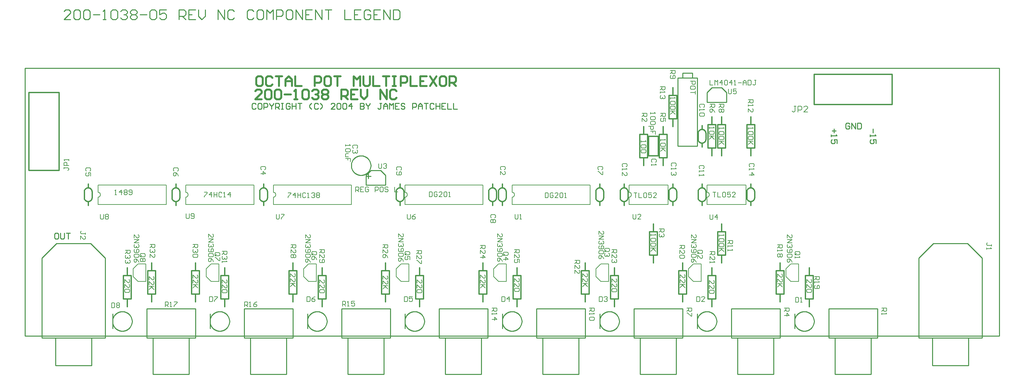
<source format=gto>
*%FSLAX23Y23*%
*%MOIN*%
G01*
%ADD11C,0.007*%
%ADD12C,0.008*%
%ADD13C,0.010*%
%ADD14C,0.012*%
%ADD15C,0.020*%
%ADD16C,0.032*%
%ADD17C,0.036*%
%ADD18C,0.050*%
%ADD19C,0.052*%
%ADD20C,0.055*%
%ADD21C,0.056*%
%ADD22C,0.060*%
%ADD23C,0.061*%
%ADD24C,0.062*%
%ADD25C,0.068*%
%ADD26C,0.080*%
%ADD27C,0.095*%
%ADD28C,0.115*%
%ADD29C,0.120*%
%ADD30C,0.126*%
%ADD31C,0.150*%
%ADD32C,0.156*%
%ADD33R,0.062X0.062*%
%ADD34R,0.068X0.068*%
D12*
X5486Y7490D02*
Y7506D01*
Y7498D01*
X5444D01*
X5436Y7506D01*
Y7515D01*
X5444Y7523D01*
X5436Y7473D02*
Y7440D01*
Y7473D02*
X5469Y7440D01*
X5478D01*
X5486Y7448D01*
Y7465D01*
X5478Y7473D01*
X5266Y8165D02*
Y8181D01*
Y8173D02*
Y8165D01*
Y8173D02*
X5308D01*
X5316Y8165D01*
Y8156D01*
X5308Y8148D01*
X5316Y8198D02*
X5266D01*
Y8223D01*
X5274Y8231D01*
X5291D01*
X5299Y8223D01*
Y8198D01*
X5316Y8248D02*
Y8265D01*
Y8256D01*
X5266D01*
X5267D01*
X5266D02*
X5274Y8248D01*
X6761Y6852D02*
Y6802D01*
X6786D01*
X6794Y6811D01*
Y6844D01*
X6786Y6852D01*
X6761D01*
X6811D02*
X6844D01*
Y6844D01*
X6811Y6811D01*
Y6802D01*
X6306Y6798D02*
Y6748D01*
Y6798D02*
X6331D01*
X6339Y6790D01*
Y6773D01*
X6331Y6765D01*
X6306D01*
X6323D02*
X6339Y6748D01*
X6356D02*
X6373D01*
X6364D01*
Y6798D01*
X6365D01*
X6364D02*
X6356Y6790D01*
X6398Y6798D02*
X6431D01*
Y6790D01*
X6398Y6756D01*
Y6748D01*
X5756Y6738D02*
Y6788D01*
Y6738D02*
X5781D01*
X5789Y6746D01*
Y6780D01*
X5781Y6788D01*
X5756D01*
X5806Y6780D02*
X5814Y6788D01*
X5831D01*
X5839Y6780D01*
Y6771D01*
X5831Y6763D01*
X5839Y6755D01*
Y6746D01*
X5831Y6738D01*
X5814D01*
X5806Y6746D01*
Y6755D01*
X5814Y6763D01*
X5806Y6771D01*
Y6780D01*
X5814Y6763D02*
X5831D01*
X5533Y8140D02*
X5541Y8148D01*
Y8165D01*
X5533Y8173D01*
X5499D01*
X5491Y8165D01*
Y8148D01*
X5499Y8140D01*
X5541Y8123D02*
Y8090D01*
Y8123D02*
X5516D01*
X5524Y8106D01*
Y8098D01*
X5516Y8090D01*
X5499D01*
X5491Y8098D01*
Y8115D01*
X5499Y8123D01*
X6433Y8140D02*
X6441Y8148D01*
Y8165D01*
X6433Y8173D01*
X6399D01*
X6391Y8165D01*
Y8148D01*
X6399Y8140D01*
X6433Y8106D02*
X6441Y8090D01*
X6433Y8106D02*
X6416Y8123D01*
X6399D01*
X6391Y8115D01*
Y8098D01*
X6399Y8090D01*
X6408D01*
X6416Y8098D01*
Y8123D01*
X5616Y7923D02*
X5619Y7923D01*
X5622Y7922D01*
X5626Y7921D01*
X5628Y7920D01*
X5631Y7918D01*
X5634Y7916D01*
X5636Y7913D01*
X5638Y7910D01*
X5639Y7908D01*
X5640Y7904D01*
X5641Y7901D01*
X5641Y7898D01*
X5641Y7895D01*
X5640Y7892D01*
X5639Y7888D01*
X5638Y7886D01*
X5636Y7883D01*
X5634Y7880D01*
X5631Y7878D01*
X5628Y7876D01*
X5626Y7875D01*
X5622Y7874D01*
X5619Y7873D01*
X5616Y7873D01*
Y7798D01*
Y7923D02*
Y7998D01*
X6316D02*
Y7798D01*
Y7998D02*
X5616D01*
Y7798D02*
X6316D01*
X5808Y7898D02*
X5791D01*
X5799D02*
X5808D01*
X5799D02*
Y7948D01*
X5800D01*
X5799D02*
X5791Y7940D01*
X5858Y7948D02*
Y7898D01*
X5833Y7923D02*
X5858Y7948D01*
X5866Y7923D02*
X5833D01*
X5883Y7940D02*
X5891Y7948D01*
X5908D01*
X5916Y7940D01*
Y7931D01*
X5908Y7923D01*
X5916Y7915D01*
Y7906D01*
X5908Y7898D01*
X5891D01*
X5883Y7906D01*
Y7915D01*
X5891Y7923D01*
X5883Y7931D01*
Y7940D01*
X5891Y7923D02*
X5908D01*
X5933Y7906D02*
X5941Y7898D01*
X5958D01*
X5966Y7906D01*
Y7940D01*
X5958Y7948D01*
X5941D01*
X5933Y7940D01*
Y7931D01*
X5941Y7923D01*
X5966D01*
X5641Y7698D02*
Y7656D01*
X5649Y7648D01*
X5666D01*
X5674Y7656D01*
Y7698D01*
X5691Y7690D02*
X5699Y7698D01*
X5716D01*
X5724Y7690D01*
Y7681D01*
X5716Y7673D01*
X5724Y7665D01*
Y7656D01*
X5716Y7648D01*
X5699D01*
X5691Y7656D01*
Y7665D01*
X5699Y7673D01*
X5691Y7681D01*
Y7690D01*
X5699Y7673D02*
X5716D01*
X6516Y7873D02*
X6519Y7873D01*
X6522Y7874D01*
X6526Y7875D01*
X6528Y7876D01*
X6531Y7878D01*
X6534Y7880D01*
X6536Y7883D01*
X6538Y7886D01*
X6539Y7888D01*
X6540Y7892D01*
X6541Y7895D01*
X6541Y7898D01*
X6541Y7901D01*
X6540Y7904D01*
X6539Y7908D01*
X6538Y7910D01*
X6536Y7913D01*
X6534Y7916D01*
X6531Y7918D01*
X6528Y7920D01*
X6526Y7921D01*
X6522Y7922D01*
X6519Y7923D01*
X6516Y7923D01*
Y7873D02*
Y7798D01*
Y7923D02*
Y7998D01*
X7216D02*
Y7798D01*
Y7998D02*
X6516D01*
Y7798D02*
X7216D01*
X6739Y7923D02*
X6706D01*
X6739D02*
Y7915D01*
X6706Y7881D01*
Y7873D01*
X6781D02*
Y7923D01*
X6756Y7898D01*
X6789D01*
X6806Y7923D02*
Y7873D01*
Y7898D01*
X6839D01*
Y7923D01*
Y7873D01*
X6881Y7923D02*
X6889Y7915D01*
X6881Y7923D02*
X6864D01*
X6856Y7915D01*
Y7881D01*
X6864Y7873D01*
X6881D01*
X6889Y7881D01*
X6906Y7873D02*
X6923D01*
X6914D01*
Y7923D01*
X6915D01*
X6914D02*
X6906Y7915D01*
X6973Y7923D02*
Y7873D01*
X6948Y7898D02*
X6973Y7923D01*
X6981Y7898D02*
X6948D01*
X6521Y7703D02*
Y7661D01*
X6529Y7653D01*
X6546D01*
X6554Y7661D01*
Y7703D01*
X6571Y7661D02*
X6579Y7653D01*
X6596D01*
X6604Y7661D01*
Y7695D01*
X6596Y7703D01*
X6579D01*
X6571Y7695D01*
Y7686D01*
X6579Y7678D01*
X6604D01*
X6891Y7023D02*
Y6990D01*
Y7023D02*
X6924Y6990D01*
X6933D01*
X6941Y6998D01*
Y7015D01*
X6933Y7023D01*
X6891Y6973D02*
Y6940D01*
Y6973D02*
X6924Y6940D01*
X6933D01*
X6941Y6948D01*
Y6965D01*
X6933Y6973D01*
Y6923D02*
X6941Y6915D01*
Y6898D01*
X6933Y6890D01*
X6899D01*
X6891Y6898D01*
Y6915D01*
X6899Y6923D01*
X6933D01*
X6941Y7318D02*
X6891D01*
X6941D02*
Y7293D01*
X6933Y7285D01*
X6916D01*
X6908Y7293D01*
Y7318D01*
Y7301D02*
X6891Y7285D01*
X6933Y7268D02*
X6941Y7260D01*
Y7243D01*
X6933Y7235D01*
X6924D01*
X6925D01*
X6924D02*
X6925D01*
X6924D02*
X6925D01*
X6924D02*
X6916Y7243D01*
Y7251D01*
Y7243D01*
X6908Y7235D01*
X6899D01*
X6891Y7243D01*
Y7260D01*
X6899Y7268D01*
X6891Y7218D02*
Y7201D01*
Y7210D01*
X6941D01*
X6942D01*
X6941D02*
X6933Y7218D01*
X5891Y7028D02*
Y6995D01*
Y7028D02*
X5924Y6995D01*
X5933D01*
X5941Y7003D01*
Y7020D01*
X5933Y7028D01*
X5891Y6978D02*
Y6945D01*
Y6978D02*
X5924Y6945D01*
X5933D01*
X5941Y6953D01*
Y6970D01*
X5933Y6978D01*
Y6928D02*
X5941Y6920D01*
Y6903D01*
X5933Y6895D01*
X5899D01*
X5891Y6903D01*
Y6920D01*
X5899Y6928D01*
X5933D01*
X5946Y7328D02*
X5896D01*
X5946D02*
Y7303D01*
X5938Y7295D01*
X5921D01*
X5913Y7303D01*
Y7328D01*
Y7311D02*
X5896Y7295D01*
X5938Y7278D02*
X5946Y7270D01*
Y7253D01*
X5938Y7245D01*
X5929D01*
X5930D01*
X5929D02*
X5930D01*
X5929D02*
X5930D01*
X5929D02*
X5921Y7253D01*
Y7261D01*
Y7253D01*
X5913Y7245D01*
X5904D01*
X5896Y7253D01*
Y7270D01*
X5904Y7278D01*
X5938Y7228D02*
X5946Y7220D01*
Y7203D01*
X5938Y7195D01*
X5929D01*
X5930D01*
X5929D02*
X5930D01*
X5929D02*
X5930D01*
X5929D02*
X5921Y7203D01*
Y7211D01*
Y7203D01*
X5913Y7195D01*
X5904D01*
X5896Y7203D01*
Y7220D01*
X5904Y7228D01*
X6726Y7058D02*
X6776Y7008D01*
X6726Y7138D02*
X6776Y7188D01*
X6856D02*
Y7008D01*
X6726Y7058D02*
Y7138D01*
X6776Y7008D02*
X6856D01*
Y7188D02*
X6776D01*
X6751Y7460D02*
Y7493D01*
X6784Y7460D01*
X6793D01*
X6801Y7468D01*
Y7485D01*
X6793Y7493D01*
X6801Y7443D02*
X6751D01*
Y7410D02*
X6801Y7443D01*
Y7410D02*
X6751D01*
X6793Y7393D02*
X6801Y7385D01*
Y7368D01*
X6793Y7360D01*
X6784D01*
X6785D01*
X6784D02*
X6785D01*
X6784D02*
X6785D01*
X6784D02*
X6776Y7368D01*
Y7376D01*
Y7368D01*
X6768Y7360D01*
X6759D01*
X6751Y7368D01*
Y7385D01*
X6759Y7393D01*
Y7343D02*
X6751Y7335D01*
Y7318D01*
X6759Y7310D01*
X6793D01*
X6801Y7318D01*
Y7335D01*
X6793Y7343D01*
X6784D01*
X6776Y7335D01*
Y7310D01*
X6793Y7293D02*
X6801Y7285D01*
Y7268D01*
X6793Y7260D01*
X6759D01*
X6751Y7268D01*
Y7285D01*
X6759Y7293D01*
X6793D01*
Y7226D02*
X6801Y7210D01*
X6793Y7226D02*
X6776Y7243D01*
X6759D01*
X6751Y7235D01*
Y7218D01*
X6759Y7210D01*
X6768D01*
X6776Y7218D01*
Y7243D01*
X6824Y7270D02*
X6858D01*
X6866Y7278D01*
Y7295D01*
X6858Y7303D01*
X6824D01*
X6816Y7295D01*
Y7278D01*
Y7270D02*
X6833Y7286D01*
X6816Y7278D02*
X6824Y7270D01*
X6866Y7253D02*
Y7220D01*
X6858D01*
X6824Y7253D01*
X6816D01*
X6026Y7008D02*
X5976Y7058D01*
Y7138D02*
X6026Y7188D01*
X6106D02*
Y7008D01*
X5976Y7058D02*
Y7138D01*
X6026Y7008D02*
X6106D01*
Y7188D02*
X6026D01*
X5986Y7455D02*
Y7488D01*
X6019Y7455D01*
X6028D01*
X6036Y7463D01*
Y7480D01*
X6028Y7488D01*
X6036Y7438D02*
X5986D01*
Y7405D02*
X6036Y7438D01*
Y7405D02*
X5986D01*
X6028Y7388D02*
X6036Y7380D01*
Y7363D01*
X6028Y7355D01*
X6019D01*
X6020D01*
X6019D02*
X6020D01*
X6019D02*
X6020D01*
X6019D02*
X6011Y7363D01*
Y7371D01*
Y7363D01*
X6003Y7355D01*
X5994D01*
X5986Y7363D01*
Y7380D01*
X5994Y7388D01*
Y7338D02*
X5986Y7330D01*
Y7313D01*
X5994Y7305D01*
X6028D01*
X6036Y7313D01*
Y7330D01*
X6028Y7338D01*
X6019D01*
X6011Y7330D01*
Y7305D01*
X6028Y7288D02*
X6036Y7280D01*
Y7263D01*
X6028Y7255D01*
X5994D01*
X5986Y7263D01*
Y7280D01*
X5994Y7288D01*
X6028D01*
Y7221D02*
X6036Y7205D01*
X6028Y7221D02*
X6011Y7238D01*
X5994D01*
X5986Y7230D01*
Y7213D01*
X5994Y7205D01*
X6003D01*
X6011Y7213D01*
Y7238D01*
X6059Y7260D02*
X6093D01*
X6101Y7268D01*
Y7285D01*
X6093Y7293D01*
X6059D01*
X6051Y7285D01*
Y7268D01*
Y7260D02*
X6068Y7276D01*
X6051Y7268D02*
X6059Y7260D01*
X6093Y7243D02*
X6101Y7235D01*
Y7218D01*
X6093Y7210D01*
X6084D01*
X6076Y7218D01*
X6068Y7210D01*
X6059D01*
X6051Y7218D01*
Y7235D01*
X6059Y7243D01*
X6068D01*
X6076Y7235D01*
X6084Y7243D01*
X6093D01*
X6076Y7235D02*
Y7218D01*
X6591Y7073D02*
Y7040D01*
Y7073D02*
X6624Y7040D01*
X6633D01*
X6641Y7048D01*
Y7065D01*
X6633Y7073D01*
X6591Y7023D02*
Y6990D01*
Y7023D02*
X6624Y6990D01*
X6633D01*
X6641Y6998D01*
Y7015D01*
X6633Y7023D01*
X6641Y6973D02*
X6591D01*
X6608D01*
X6641Y6940D01*
X6616Y6965D01*
X6591Y6940D01*
Y7388D02*
X6641D01*
Y7363D01*
X6633Y7355D01*
X6616D01*
X6608Y7363D01*
Y7388D01*
Y7371D02*
X6591Y7355D01*
X6633Y7338D02*
X6641Y7330D01*
Y7313D01*
X6633Y7305D01*
X6624D01*
X6625D01*
X6624D02*
X6625D01*
X6624D02*
X6625D01*
X6624D02*
X6616Y7313D01*
Y7321D01*
Y7313D01*
X6608Y7305D01*
X6599D01*
X6591Y7313D01*
Y7330D01*
X6599Y7338D01*
X6633Y7288D02*
X6641Y7280D01*
Y7263D01*
X6633Y7255D01*
X6599D01*
X6591Y7263D01*
Y7280D01*
X6599Y7288D01*
X6633D01*
X6141Y7058D02*
Y7025D01*
Y7058D02*
X6174Y7025D01*
X6183D01*
X6191Y7033D01*
Y7050D01*
X6183Y7058D01*
X6141Y7008D02*
Y6975D01*
Y7008D02*
X6174Y6975D01*
X6183D01*
X6191Y6983D01*
Y7000D01*
X6183Y7008D01*
X6191Y6958D02*
X6141D01*
X6158D01*
X6191Y6925D01*
X6166Y6950D01*
X6141Y6925D01*
X6151Y7388D02*
X6201D01*
Y7363D01*
X6193Y7355D01*
X6176D01*
X6168Y7363D01*
Y7388D01*
Y7371D02*
X6151Y7355D01*
X6193Y7338D02*
X6201Y7330D01*
Y7313D01*
X6193Y7305D01*
X6184D01*
X6185D01*
X6184D02*
X6185D01*
X6184D02*
X6185D01*
X6184D02*
X6176Y7313D01*
Y7321D01*
Y7313D01*
X6168Y7305D01*
X6159D01*
X6151Y7313D01*
Y7330D01*
X6159Y7338D01*
X6151Y7288D02*
Y7255D01*
Y7288D02*
X6184Y7255D01*
X6193D01*
X6201Y7263D01*
Y7280D01*
X6193Y7288D01*
X7121Y6798D02*
Y6748D01*
Y6798D02*
X7146D01*
X7154Y6790D01*
Y6773D01*
X7146Y6765D01*
X7121D01*
X7138D02*
X7154Y6748D01*
X7171D02*
X7188D01*
X7179D01*
Y6798D01*
X7180D01*
X7179D02*
X7171Y6790D01*
X7229D02*
X7246Y6798D01*
X7229Y6790D02*
X7213Y6773D01*
Y6756D01*
X7221Y6748D01*
X7238D01*
X7246Y6756D01*
Y6765D01*
X7238Y6773D01*
X7213D01*
X8126Y6753D02*
Y6803D01*
X8151D01*
X8159Y6795D01*
Y6778D01*
X8151Y6770D01*
X8126D01*
X8143D02*
X8159Y6753D01*
X8176D02*
X8193D01*
X8184D01*
Y6803D01*
X8185D01*
X8184D02*
X8176Y6795D01*
X8218Y6803D02*
X8251D01*
X8218D02*
Y6778D01*
X8234Y6786D01*
X8243D01*
X8251Y6778D01*
Y6761D01*
X8243Y6753D01*
X8226D01*
X8218Y6761D01*
X7761Y6802D02*
Y6852D01*
Y6802D02*
X7786D01*
X7794Y6811D01*
Y6844D01*
X7786Y6852D01*
X7761D01*
X7828Y6844D02*
X7844Y6852D01*
X7828Y6844D02*
X7811Y6827D01*
Y6811D01*
X7819Y6802D01*
X7836D01*
X7844Y6811D01*
Y6819D01*
X7836Y6827D01*
X7811D01*
X7328Y8155D02*
X7336Y8163D01*
Y8180D01*
X7328Y8188D01*
X7294D01*
X7286Y8180D01*
Y8163D01*
X7294Y8155D01*
X7286Y8113D02*
X7336D01*
X7311Y8138D01*
Y8105D01*
X8156Y8396D02*
Y8413D01*
Y8405D02*
Y8396D01*
Y8405D02*
X8206D01*
X8207D01*
X8206D02*
X8198Y8413D01*
Y8371D02*
X8206Y8363D01*
Y8346D01*
X8198Y8338D01*
X8164D01*
X8156Y8346D01*
Y8363D01*
X8164Y8371D01*
X8198D01*
X8189Y8321D02*
X8164D01*
X8156Y8313D01*
Y8288D01*
X8189D01*
X8206Y8271D02*
Y8238D01*
Y8271D02*
X8181D01*
Y8255D01*
Y8271D01*
X8156D01*
X8273Y8375D02*
X8281Y8383D01*
Y8400D01*
X8273Y8408D01*
X8239D01*
X8231Y8400D01*
Y8383D01*
X8239Y8375D01*
X8273Y8358D02*
X8281Y8350D01*
Y8333D01*
X8273Y8325D01*
X8264D01*
X8265D01*
X8264D02*
X8265D01*
X8264D02*
X8265D01*
X8264D02*
X8256Y8333D01*
Y8341D01*
Y8333D01*
X8248Y8325D01*
X8239D01*
X8231Y8333D01*
Y8350D01*
X8239Y8358D01*
X8261Y7978D02*
Y7928D01*
Y7978D02*
X8286D01*
X8294Y7970D01*
Y7953D01*
X8286Y7945D01*
X8261D01*
X8278D02*
X8294Y7928D01*
X8311Y7978D02*
X8344D01*
X8311D02*
Y7928D01*
X8344D01*
X8328Y7953D02*
X8311D01*
X8386Y7978D02*
X8394Y7970D01*
X8386Y7978D02*
X8369D01*
X8361Y7970D01*
Y7936D01*
X8369Y7928D01*
X8386D01*
X8394Y7936D01*
Y7953D01*
X8378D01*
X8461Y7928D02*
Y7978D01*
X8486D01*
X8494Y7970D01*
Y7953D01*
X8486Y7945D01*
X8461D01*
X8519Y7978D02*
X8536D01*
X8519D02*
X8511Y7970D01*
Y7936D01*
X8519Y7928D01*
X8536D01*
X8544Y7936D01*
Y7970D01*
X8536Y7978D01*
X8586D02*
X8594Y7970D01*
X8586Y7978D02*
X8569D01*
X8561Y7970D01*
Y7961D01*
X8569Y7953D01*
X8586D01*
X8594Y7945D01*
Y7936D01*
X8586Y7928D01*
X8569D01*
X8561Y7936D01*
X8661Y7928D02*
Y7978D01*
Y7928D02*
X8694D01*
X8496Y8176D02*
Y8218D01*
Y8176D02*
X8504Y8168D01*
X8521D01*
X8529Y8176D01*
Y8218D01*
X8546Y8210D02*
X8554Y8218D01*
X8571D01*
X8579Y8210D01*
Y8201D01*
X8580D01*
X8579D02*
X8580D01*
X8579D02*
X8580D01*
X8579D02*
X8571Y8193D01*
X8563D01*
X8571D01*
X8579Y8185D01*
Y8176D01*
X8571Y8168D01*
X8554D01*
X8546Y8176D01*
X7416Y7923D02*
X7419Y7923D01*
X7422Y7922D01*
X7426Y7921D01*
X7428Y7920D01*
X7431Y7918D01*
X7434Y7916D01*
X7436Y7913D01*
X7438Y7910D01*
X7439Y7908D01*
X7440Y7904D01*
X7441Y7901D01*
X7441Y7898D01*
X7441Y7895D01*
X7440Y7892D01*
X7439Y7888D01*
X7438Y7886D01*
X7436Y7883D01*
X7434Y7880D01*
X7431Y7878D01*
X7428Y7876D01*
X7426Y7875D01*
X7422Y7874D01*
X7419Y7873D01*
X7416Y7873D01*
Y7798D01*
Y7923D02*
Y7998D01*
X8216D02*
Y7798D01*
Y7998D02*
X7416D01*
Y7798D02*
X8216D01*
X7599Y7918D02*
X7566D01*
X7599D02*
Y7910D01*
X7566Y7876D01*
Y7868D01*
X7641D02*
Y7918D01*
X7616Y7893D01*
X7649D01*
X7666Y7918D02*
Y7868D01*
Y7893D01*
X7699D01*
Y7918D01*
Y7868D01*
X7741Y7918D02*
X7749Y7910D01*
X7741Y7918D02*
X7724D01*
X7716Y7910D01*
Y7876D01*
X7724Y7868D01*
X7741D01*
X7749Y7876D01*
X7766Y7868D02*
X7783D01*
X7774D01*
Y7918D01*
X7775D01*
X7774D02*
X7766Y7910D01*
X7808D02*
X7816Y7918D01*
X7833D01*
X7841Y7910D01*
Y7901D01*
X7842D01*
X7841D02*
X7842D01*
X7841D02*
X7842D01*
X7841D02*
X7833Y7893D01*
X7824D01*
X7833D01*
X7841Y7885D01*
Y7876D01*
X7833Y7868D01*
X7816D01*
X7808Y7876D01*
X7858Y7910D02*
X7866Y7918D01*
X7883D01*
X7891Y7910D01*
Y7901D01*
X7883Y7893D01*
X7891Y7885D01*
Y7876D01*
X7883Y7868D01*
X7866D01*
X7858Y7876D01*
Y7885D01*
X7866Y7893D01*
X7858Y7901D01*
Y7910D01*
X7866Y7893D02*
X7883D01*
X7446Y7698D02*
Y7656D01*
X7454Y7648D01*
X7471D01*
X7479Y7656D01*
Y7698D01*
X7496D02*
X7529D01*
Y7690D01*
X7496Y7656D01*
Y7648D01*
X7891Y7023D02*
Y6990D01*
Y7023D02*
X7924Y6990D01*
X7933D01*
X7941Y6998D01*
Y7015D01*
X7933Y7023D01*
X7891Y6973D02*
Y6940D01*
Y6973D02*
X7924Y6940D01*
X7933D01*
X7941Y6948D01*
Y6965D01*
X7933Y6973D01*
Y6923D02*
X7941Y6915D01*
Y6898D01*
X7933Y6890D01*
X7899D01*
X7891Y6898D01*
Y6915D01*
X7899Y6923D01*
X7933D01*
X7941Y7333D02*
X7891D01*
X7941D02*
Y7308D01*
X7933Y7300D01*
X7916D01*
X7908Y7308D01*
Y7333D01*
Y7316D02*
X7891Y7300D01*
Y7283D02*
Y7250D01*
Y7283D02*
X7924Y7250D01*
X7933D01*
X7941Y7258D01*
Y7275D01*
X7933Y7283D01*
X7899Y7233D02*
X7891Y7225D01*
Y7208D01*
X7899Y7200D01*
X7933D01*
X7941Y7208D01*
Y7225D01*
X7933Y7233D01*
X7924D01*
X7916Y7225D01*
Y7200D01*
X7726Y7058D02*
X7776Y7008D01*
X7726Y7138D02*
X7776Y7188D01*
X7856D02*
Y7008D01*
X7726Y7058D02*
Y7138D01*
X7776Y7008D02*
X7856D01*
Y7188D02*
X7776D01*
X7746Y7455D02*
Y7488D01*
X7779Y7455D01*
X7788D01*
X7796Y7463D01*
Y7480D01*
X7788Y7488D01*
X7796Y7438D02*
X7746D01*
Y7405D02*
X7796Y7438D01*
Y7405D02*
X7746D01*
X7788Y7388D02*
X7796Y7380D01*
Y7363D01*
X7788Y7355D01*
X7779D01*
X7780D01*
X7779D02*
X7780D01*
X7779D02*
X7780D01*
X7779D02*
X7771Y7363D01*
Y7371D01*
Y7363D01*
X7763Y7355D01*
X7754D01*
X7746Y7363D01*
Y7380D01*
X7754Y7388D01*
Y7338D02*
X7746Y7330D01*
Y7313D01*
X7754Y7305D01*
X7788D01*
X7796Y7313D01*
Y7330D01*
X7788Y7338D01*
X7779D01*
X7771Y7330D01*
Y7305D01*
X7788Y7288D02*
X7796Y7280D01*
Y7263D01*
X7788Y7255D01*
X7754D01*
X7746Y7263D01*
Y7280D01*
X7754Y7288D01*
X7788D01*
Y7221D02*
X7796Y7205D01*
X7788Y7221D02*
X7771Y7238D01*
X7754D01*
X7746Y7230D01*
Y7213D01*
X7754Y7205D01*
X7763D01*
X7771Y7213D01*
Y7238D01*
X7819Y7280D02*
X7853D01*
X7861Y7288D01*
Y7305D01*
X7853Y7313D01*
X7819D01*
X7811Y7305D01*
Y7288D01*
Y7280D02*
X7828Y7296D01*
X7811Y7288D02*
X7819Y7280D01*
X7853Y7246D02*
X7861Y7230D01*
X7853Y7246D02*
X7836Y7263D01*
X7819D01*
X7811Y7255D01*
Y7238D01*
X7819Y7230D01*
X7828D01*
X7836Y7238D01*
Y7263D01*
X7591Y7088D02*
Y7055D01*
Y7088D02*
X7624Y7055D01*
X7633D01*
X7641Y7063D01*
Y7080D01*
X7633Y7088D01*
X7591Y7038D02*
Y7005D01*
Y7038D02*
X7624Y7005D01*
X7633D01*
X7641Y7013D01*
Y7030D01*
X7633Y7038D01*
X7641Y6988D02*
X7591D01*
X7608D01*
X7641Y6955D01*
X7616Y6980D01*
X7591Y6955D01*
X7596Y7383D02*
X7646D01*
Y7358D01*
X7638Y7350D01*
X7621D01*
X7613Y7358D01*
Y7383D01*
Y7366D02*
X7596Y7350D01*
Y7333D02*
Y7300D01*
Y7333D02*
X7629Y7300D01*
X7638D01*
X7646Y7308D01*
Y7325D01*
X7638Y7333D01*
Y7283D02*
X7646Y7275D01*
Y7258D01*
X7638Y7250D01*
X7629D01*
X7621Y7258D01*
X7613Y7250D01*
X7604D01*
X7596Y7258D01*
Y7275D01*
X7604Y7283D01*
X7613D01*
X7621Y7275D01*
X7629Y7283D01*
X7638D01*
X7621Y7275D02*
Y7258D01*
X9661Y6733D02*
X9711D01*
Y6708D01*
X9703Y6700D01*
X9686D01*
X9678Y6708D01*
Y6733D01*
Y6716D02*
X9661Y6700D01*
Y6683D02*
Y6666D01*
Y6675D01*
X9711D01*
X9712D01*
X9711D02*
X9703Y6683D01*
X9711Y6616D02*
X9661D01*
X9686Y6641D02*
X9711Y6616D01*
X9686Y6608D02*
Y6641D01*
X9761Y6802D02*
Y6852D01*
Y6802D02*
X9786D01*
X9794Y6811D01*
Y6844D01*
X9786Y6852D01*
X9761D01*
X9836D02*
Y6802D01*
X9811Y6827D02*
X9836Y6852D01*
X9844Y6827D02*
X9811D01*
X8761Y6852D02*
Y6802D01*
X8786D01*
X8794Y6811D01*
Y6844D01*
X8786Y6852D01*
X8761D01*
X8811D02*
X8844D01*
X8811D02*
Y6827D01*
X8828Y6836D01*
X8836D01*
X8844Y6827D01*
Y6811D01*
X8836Y6802D01*
X8819D01*
X8811Y6811D01*
X9688Y7660D02*
X9696Y7668D01*
Y7685D01*
X9688Y7693D01*
X9654D01*
X9646Y7685D01*
Y7668D01*
X9654Y7660D01*
X9688Y7643D02*
X9696Y7635D01*
Y7618D01*
X9688Y7610D01*
X9679D01*
X9671Y7618D01*
X9663Y7610D01*
X9654D01*
X9646Y7618D01*
Y7635D01*
X9654Y7643D01*
X9663D01*
X9671Y7635D01*
X9679Y7643D01*
X9688D01*
X9671Y7635D02*
Y7618D01*
X9788Y8155D02*
X9796Y8163D01*
Y8180D01*
X9788Y8188D01*
X9754D01*
X9746Y8180D01*
Y8163D01*
X9754Y8155D01*
X9746Y8138D02*
Y8105D01*
Y8138D02*
X9779Y8105D01*
X9788D01*
X9796Y8113D01*
Y8130D01*
X9788Y8138D01*
X9866Y7923D02*
X9869Y7923D01*
X9872Y7922D01*
X9876Y7921D01*
X9878Y7920D01*
X9881Y7918D01*
X9884Y7916D01*
X9886Y7913D01*
X9888Y7910D01*
X9889Y7908D01*
X9890Y7904D01*
X9891Y7901D01*
X9891Y7898D01*
X9891Y7895D01*
X9890Y7892D01*
X9889Y7888D01*
X9888Y7886D01*
X9886Y7883D01*
X9884Y7880D01*
X9881Y7878D01*
X9878Y7876D01*
X9876Y7875D01*
X9872Y7874D01*
X9869Y7873D01*
X9866Y7873D01*
Y7798D01*
Y7923D02*
Y7998D01*
X10666D02*
Y7798D01*
Y7998D02*
X9866D01*
Y7798D02*
X10666D01*
X10206Y7868D02*
Y7918D01*
Y7868D02*
X10231D01*
X10239Y7876D01*
Y7910D01*
X10231Y7918D01*
X10206D01*
X10281D02*
X10289Y7910D01*
X10281Y7918D02*
X10264D01*
X10256Y7910D01*
Y7876D01*
X10264Y7868D01*
X10281D01*
X10289Y7876D01*
Y7893D01*
X10273D01*
X10306Y7868D02*
X10339D01*
X10306D02*
X10339Y7901D01*
Y7910D01*
X10331Y7918D01*
X10314D01*
X10306Y7910D01*
X10356D02*
X10364Y7918D01*
X10381D01*
X10389Y7910D01*
Y7876D01*
X10381Y7868D01*
X10364D01*
X10356Y7876D01*
Y7910D01*
X10406Y7868D02*
X10423D01*
X10414D01*
Y7918D01*
X10415D01*
X10414D02*
X10406Y7910D01*
X9896Y7698D02*
Y7656D01*
X9904Y7648D01*
X9921D01*
X9929Y7656D01*
Y7698D01*
X9946Y7648D02*
X9963D01*
X9954D01*
Y7698D01*
X9955D01*
X9954D02*
X9946Y7690D01*
X8731Y8158D02*
X8723Y8150D01*
X8731Y8158D02*
Y8175D01*
X8723Y8183D01*
X8689D01*
X8681Y8175D01*
Y8158D01*
X8689Y8150D01*
Y8133D02*
X8681Y8125D01*
Y8108D01*
X8689Y8100D01*
X8723D01*
X8731Y8108D01*
Y8125D01*
X8723Y8133D01*
X8714D01*
X8706Y8125D01*
Y8100D01*
X8766Y7923D02*
X8769Y7923D01*
X8772Y7922D01*
X8776Y7921D01*
X8778Y7920D01*
X8781Y7918D01*
X8784Y7916D01*
X8786Y7913D01*
X8788Y7910D01*
X8789Y7908D01*
X8790Y7904D01*
X8791Y7901D01*
X8791Y7898D01*
X8791Y7895D01*
X8790Y7892D01*
X8789Y7888D01*
X8788Y7886D01*
X8786Y7883D01*
X8784Y7880D01*
X8781Y7878D01*
X8778Y7876D01*
X8776Y7875D01*
X8772Y7874D01*
X8769Y7873D01*
X8766Y7873D01*
Y7798D01*
Y7923D02*
Y7998D01*
X9566D02*
Y7798D01*
Y7998D02*
X8766D01*
Y7798D02*
X9566D01*
X9016Y7878D02*
Y7928D01*
Y7878D02*
X9041D01*
X9049Y7886D01*
Y7920D01*
X9041Y7928D01*
X9016D01*
X9091D02*
X9099Y7920D01*
X9091Y7928D02*
X9074D01*
X9066Y7920D01*
Y7886D01*
X9074Y7878D01*
X9091D01*
X9099Y7886D01*
Y7903D01*
X9083D01*
X9116Y7878D02*
X9149D01*
X9116D02*
X9149Y7911D01*
Y7920D01*
X9141Y7928D01*
X9124D01*
X9116Y7920D01*
X9166D02*
X9174Y7928D01*
X9191D01*
X9199Y7920D01*
Y7886D01*
X9191Y7878D01*
X9174D01*
X9166Y7886D01*
Y7920D01*
X9216Y7878D02*
X9233D01*
X9224D01*
Y7928D01*
X9225D01*
X9224D02*
X9216Y7920D01*
X8791Y7698D02*
Y7656D01*
X8799Y7648D01*
X8816D01*
X8824Y7656D01*
Y7698D01*
X8858Y7690D02*
X8874Y7698D01*
X8858Y7690D02*
X8841Y7673D01*
Y7656D01*
X8849Y7648D01*
X8866D01*
X8874Y7656D01*
Y7665D01*
X8866Y7673D01*
X8841D01*
X9891Y7038D02*
Y7005D01*
Y7038D02*
X9924Y7005D01*
X9933D01*
X9941Y7013D01*
Y7030D01*
X9933Y7038D01*
X9891Y6988D02*
Y6955D01*
Y6988D02*
X9924Y6955D01*
X9933D01*
X9941Y6963D01*
Y6980D01*
X9933Y6988D01*
Y6938D02*
X9941Y6930D01*
Y6913D01*
X9933Y6905D01*
X9899D01*
X9891Y6913D01*
Y6930D01*
X9899Y6938D01*
X9933D01*
X9941Y7333D02*
X9891D01*
X9941D02*
Y7308D01*
X9933Y7300D01*
X9916D01*
X9908Y7308D01*
Y7333D01*
Y7316D02*
X9891Y7300D01*
Y7283D02*
Y7250D01*
Y7283D02*
X9924Y7250D01*
X9933D01*
X9941Y7258D01*
Y7275D01*
X9933Y7283D01*
X9941Y7233D02*
Y7200D01*
Y7233D02*
X9916D01*
X9924Y7216D01*
Y7208D01*
X9916Y7200D01*
X9899D01*
X9891Y7208D01*
Y7225D01*
X9899Y7233D01*
X8891Y7023D02*
Y6990D01*
Y7023D02*
X8924Y6990D01*
X8933D01*
X8941Y6998D01*
Y7015D01*
X8933Y7023D01*
X8891Y6973D02*
Y6940D01*
Y6973D02*
X8924Y6940D01*
X8933D01*
X8941Y6948D01*
Y6965D01*
X8933Y6973D01*
Y6923D02*
X8941Y6915D01*
Y6898D01*
X8933Y6890D01*
X8899D01*
X8891Y6898D01*
Y6915D01*
X8899Y6923D01*
X8933D01*
X8936Y7323D02*
X8886D01*
X8936D02*
Y7298D01*
X8928Y7290D01*
X8911D01*
X8903Y7298D01*
Y7323D01*
Y7306D02*
X8886Y7290D01*
Y7273D02*
Y7240D01*
Y7273D02*
X8919Y7240D01*
X8928D01*
X8936Y7248D01*
Y7265D01*
X8928Y7273D01*
X8936Y7223D02*
Y7190D01*
X8928D01*
X8894Y7223D01*
X8886D01*
X9676Y7058D02*
X9726Y7008D01*
X9676Y7138D02*
X9726Y7188D01*
X9806D02*
Y7008D01*
X9676Y7058D02*
Y7138D01*
X9726Y7008D02*
X9806D01*
Y7188D02*
X9726D01*
X9716Y7465D02*
Y7498D01*
X9749Y7465D01*
X9758D01*
X9766Y7473D01*
Y7490D01*
X9758Y7498D01*
X9766Y7448D02*
X9716D01*
Y7415D02*
X9766Y7448D01*
Y7415D02*
X9716D01*
X9758Y7398D02*
X9766Y7390D01*
Y7373D01*
X9758Y7365D01*
X9749D01*
X9750D01*
X9749D02*
X9750D01*
X9749D02*
X9750D01*
X9749D02*
X9741Y7373D01*
Y7381D01*
Y7373D01*
X9733Y7365D01*
X9724D01*
X9716Y7373D01*
Y7390D01*
X9724Y7398D01*
Y7348D02*
X9716Y7340D01*
Y7323D01*
X9724Y7315D01*
X9758D01*
X9766Y7323D01*
Y7340D01*
X9758Y7348D01*
X9749D01*
X9741Y7340D01*
Y7315D01*
X9758Y7298D02*
X9766Y7290D01*
Y7273D01*
X9758Y7265D01*
X9724D01*
X9716Y7273D01*
Y7290D01*
X9724Y7298D01*
X9758D01*
Y7231D02*
X9766Y7215D01*
X9758Y7231D02*
X9741Y7248D01*
X9724D01*
X9716Y7240D01*
Y7223D01*
X9724Y7215D01*
X9733D01*
X9741Y7223D01*
Y7248D01*
X9784Y7275D02*
X9818D01*
X9826Y7283D01*
Y7300D01*
X9818Y7308D01*
X9784D01*
X9776Y7300D01*
Y7283D01*
Y7275D02*
X9793Y7291D01*
X9776Y7283D02*
X9784Y7275D01*
X9776Y7233D02*
X9826D01*
X9801Y7258D01*
Y7225D01*
X8726Y7008D02*
X8676Y7058D01*
Y7138D02*
X8726Y7188D01*
X8806D02*
Y7008D01*
X8676Y7058D02*
Y7138D01*
X8726Y7008D02*
X8806D01*
Y7188D02*
X8726D01*
X8701Y7465D02*
Y7498D01*
X8734Y7465D01*
X8743D01*
X8751Y7473D01*
Y7490D01*
X8743Y7498D01*
X8751Y7448D02*
X8701D01*
Y7415D02*
X8751Y7448D01*
Y7415D02*
X8701D01*
X8743Y7398D02*
X8751Y7390D01*
Y7373D01*
X8743Y7365D01*
X8734D01*
X8735D01*
X8734D02*
X8735D01*
X8734D02*
X8735D01*
X8734D02*
X8726Y7373D01*
Y7381D01*
Y7373D01*
X8718Y7365D01*
X8709D01*
X8701Y7373D01*
Y7390D01*
X8709Y7398D01*
Y7348D02*
X8701Y7340D01*
Y7323D01*
X8709Y7315D01*
X8743D01*
X8751Y7323D01*
Y7340D01*
X8743Y7348D01*
X8734D01*
X8726Y7340D01*
Y7315D01*
X8743Y7298D02*
X8751Y7290D01*
Y7273D01*
X8743Y7265D01*
X8709D01*
X8701Y7273D01*
Y7290D01*
X8709Y7298D01*
X8743D01*
Y7231D02*
X8751Y7215D01*
X8743Y7231D02*
X8726Y7248D01*
X8709D01*
X8701Y7240D01*
Y7223D01*
X8709Y7215D01*
X8718D01*
X8726Y7223D01*
Y7248D01*
X8774Y7280D02*
X8808D01*
X8816Y7288D01*
Y7305D01*
X8808Y7313D01*
X8774D01*
X8766Y7305D01*
Y7288D01*
Y7280D02*
X8783Y7296D01*
X8766Y7288D02*
X8774Y7280D01*
X8816Y7263D02*
Y7230D01*
Y7263D02*
X8791D01*
X8799Y7246D01*
Y7238D01*
X8791Y7230D01*
X8774D01*
X8766Y7238D01*
Y7255D01*
X8774Y7263D01*
X9541Y7073D02*
Y7040D01*
Y7073D02*
X9574Y7040D01*
X9583D01*
X9591Y7048D01*
Y7065D01*
X9583Y7073D01*
X9541Y7023D02*
Y6990D01*
Y7023D02*
X9574Y6990D01*
X9583D01*
X9591Y6998D01*
Y7015D01*
X9583Y7023D01*
X9591Y6973D02*
X9541D01*
X9558D01*
X9591Y6940D01*
X9566Y6965D01*
X9541Y6940D01*
Y7378D02*
X9591D01*
Y7353D01*
X9583Y7345D01*
X9566D01*
X9558Y7353D01*
Y7378D01*
Y7361D02*
X9541Y7345D01*
Y7328D02*
Y7295D01*
Y7328D02*
X9574Y7295D01*
X9583D01*
X9591Y7303D01*
Y7320D01*
X9583Y7328D01*
X9591Y7253D02*
X9541D01*
X9566Y7278D02*
X9591Y7253D01*
X9566Y7245D02*
Y7278D01*
X8541Y7063D02*
Y7030D01*
Y7063D02*
X8574Y7030D01*
X8583D01*
X8591Y7038D01*
Y7055D01*
X8583Y7063D01*
X8541Y7013D02*
Y6980D01*
Y7013D02*
X8574Y6980D01*
X8583D01*
X8591Y6988D01*
Y7005D01*
X8583Y7013D01*
X8591Y6963D02*
X8541D01*
X8558D01*
X8591Y6930D01*
X8566Y6955D01*
X8541Y6930D01*
Y7383D02*
X8591D01*
Y7358D01*
X8583Y7350D01*
X8566D01*
X8558Y7358D01*
Y7383D01*
Y7366D02*
X8541Y7350D01*
Y7333D02*
Y7300D01*
Y7333D02*
X8574Y7300D01*
X8583D01*
X8591Y7308D01*
Y7325D01*
X8583Y7333D01*
Y7266D02*
X8591Y7250D01*
X8583Y7266D02*
X8566Y7283D01*
X8549D01*
X8541Y7275D01*
Y7258D01*
X8549Y7250D01*
X8558D01*
X8566Y7258D01*
Y7283D01*
X10661Y6733D02*
X10711D01*
Y6708D01*
X10703Y6700D01*
X10686D01*
X10678Y6708D01*
Y6733D01*
Y6716D02*
X10661Y6700D01*
Y6683D02*
Y6666D01*
Y6675D01*
X10711D01*
X10712D01*
X10711D02*
X10703Y6683D01*
Y6641D02*
X10711Y6633D01*
Y6616D01*
X10703Y6608D01*
X10669D01*
X10661Y6616D01*
Y6633D01*
X10669Y6641D01*
X10703D01*
X11661Y6733D02*
X11711D01*
Y6708D01*
X11703Y6700D01*
X11686D01*
X11678Y6708D01*
Y6733D01*
Y6716D02*
X11661Y6700D01*
X11711Y6683D02*
Y6650D01*
X11703D01*
X11669Y6683D01*
X11661D01*
X10761Y6802D02*
Y6852D01*
Y6802D02*
X10786D01*
X10794Y6811D01*
Y6844D01*
X10786Y6852D01*
X10761D01*
X10811Y6844D02*
X10819Y6852D01*
X10836D01*
X10844Y6844D01*
Y6836D01*
X10845D01*
X10844D02*
X10845D01*
X10844D02*
X10845D01*
X10844D02*
X10836Y6827D01*
X10828D01*
X10836D01*
X10844Y6819D01*
Y6811D01*
X10836Y6802D01*
X10819D01*
X10811Y6811D01*
X11291Y7476D02*
Y7493D01*
Y7485D02*
Y7476D01*
Y7485D02*
X11341D01*
X11342D01*
X11341D02*
X11333Y7493D01*
Y7451D02*
X11341Y7443D01*
Y7426D01*
X11333Y7418D01*
X11299D01*
X11291Y7426D01*
Y7443D01*
X11299Y7451D01*
X11333D01*
Y7401D02*
X11341Y7393D01*
Y7376D01*
X11333Y7368D01*
X11299D01*
X11291Y7376D01*
Y7393D01*
X11299Y7401D01*
X11333D01*
X11341Y7351D02*
X11291D01*
X11308D01*
X11341Y7318D01*
X11316Y7343D01*
X11291Y7318D01*
X11376Y7548D02*
X11426D01*
Y7523D01*
X11418Y7515D01*
X11401D01*
X11393Y7523D01*
Y7548D01*
Y7531D02*
X11376Y7515D01*
X11418Y7498D02*
X11426Y7490D01*
Y7473D01*
X11418Y7465D01*
X11409D01*
X11410D01*
X11409D02*
X11410D01*
X11409D02*
X11410D01*
X11409D02*
X11401Y7473D01*
Y7481D01*
Y7473D01*
X11393Y7465D01*
X11384D01*
X11376Y7473D01*
Y7490D01*
X11384Y7498D01*
X10788Y8155D02*
X10796Y8163D01*
Y8180D01*
X10788Y8188D01*
X10754D01*
X10746Y8180D01*
Y8163D01*
X10754Y8155D01*
X10796Y8138D02*
Y8105D01*
X10788D01*
X10754Y8138D01*
X10746D01*
X11391Y8451D02*
Y8468D01*
Y8460D02*
Y8451D01*
Y8460D02*
X11441D01*
X11442D01*
X11441D02*
X11433Y8468D01*
Y8426D02*
X11441Y8418D01*
Y8401D01*
X11433Y8393D01*
X11399D01*
X11391Y8401D01*
Y8418D01*
X11399Y8426D01*
X11433D01*
X11441Y8376D02*
X11391D01*
X11408D01*
X11441Y8343D01*
X11416Y8368D01*
X11391Y8343D01*
Y8733D02*
X11441D01*
Y8708D01*
X11433Y8700D01*
X11416D01*
X11408Y8708D01*
Y8733D01*
Y8716D02*
X11391Y8700D01*
X11441Y8683D02*
Y8650D01*
Y8683D02*
X11416D01*
X11424Y8666D01*
Y8658D01*
X11416Y8650D01*
X11399D01*
X11391Y8658D01*
Y8675D01*
X11399Y8683D01*
X11286Y8726D02*
Y8743D01*
Y8735D02*
Y8726D01*
Y8735D02*
X11336D01*
X11337D01*
X11336D02*
X11328Y8743D01*
Y8701D02*
X11336Y8693D01*
Y8676D01*
X11328Y8668D01*
X11294D01*
X11286Y8676D01*
Y8693D01*
X11294Y8701D01*
X11328D01*
Y8651D02*
X11336Y8643D01*
Y8626D01*
X11328Y8618D01*
X11294D01*
X11286Y8626D01*
Y8643D01*
X11294Y8651D01*
X11328D01*
X11319Y8601D02*
X11269D01*
X11319D02*
Y8576D01*
X11311Y8568D01*
X11294D01*
X11286Y8576D01*
Y8601D01*
X11336Y8551D02*
Y8518D01*
Y8551D02*
X11311D01*
Y8535D01*
Y8551D01*
X11286D01*
X11346Y8238D02*
X11338Y8230D01*
X11346Y8238D02*
Y8255D01*
X11338Y8263D01*
X11304D01*
X11296Y8255D01*
Y8238D01*
X11304Y8230D01*
X11296Y8213D02*
Y8196D01*
Y8205D01*
X11346D01*
X11347D01*
X11346D02*
X11338Y8213D01*
X11191Y8436D02*
Y8453D01*
Y8445D02*
Y8436D01*
Y8445D02*
X11241D01*
X11242D01*
X11241D02*
X11233Y8453D01*
Y8411D02*
X11241Y8403D01*
Y8386D01*
X11233Y8378D01*
X11199D01*
X11191Y8386D01*
Y8403D01*
X11199Y8411D01*
X11233D01*
Y8361D02*
X11241Y8353D01*
Y8336D01*
X11233Y8328D01*
X11199D01*
X11191Y8336D01*
Y8353D01*
X11199Y8361D01*
X11233D01*
X11251Y8733D02*
X11201D01*
X11251D02*
Y8708D01*
X11243Y8700D01*
X11226D01*
X11218Y8708D01*
Y8733D01*
Y8716D02*
X11201Y8700D01*
Y8683D02*
Y8650D01*
Y8683D02*
X11234Y8650D01*
X11243D01*
X11251Y8658D01*
Y8675D01*
X11243Y8683D01*
X11551Y8198D02*
X11543Y8190D01*
X11551Y8198D02*
Y8215D01*
X11543Y8223D01*
X11509D01*
X11501Y8215D01*
Y8198D01*
X11509Y8190D01*
X11501Y8173D02*
Y8156D01*
Y8165D01*
X11551D01*
X11552D01*
X11551D02*
X11543Y8173D01*
Y8131D02*
X11551Y8123D01*
Y8106D01*
X11543Y8098D01*
X11534D01*
X11535D01*
X11534D02*
X11535D01*
X11534D02*
X11535D01*
X11534D02*
X11526Y8106D01*
Y8115D01*
Y8106D01*
X11518Y8098D01*
X11509D01*
X11501Y8106D01*
Y8123D01*
X11509Y8131D01*
X11046Y8193D02*
X11038Y8185D01*
X11046Y8193D02*
Y8210D01*
X11038Y8218D01*
X11004D01*
X10996Y8210D01*
Y8193D01*
X11004Y8185D01*
X10996Y8168D02*
Y8151D01*
Y8160D01*
X11046D01*
X11047D01*
X11046D02*
X11038Y8168D01*
X10996Y8126D02*
Y8093D01*
Y8126D02*
X11029Y8093D01*
X11038D01*
X11046Y8101D01*
Y8118D01*
X11038Y8126D01*
X11066Y7923D02*
X11069Y7923D01*
X11072Y7922D01*
X11076Y7921D01*
X11078Y7920D01*
X11081Y7918D01*
X11084Y7916D01*
X11086Y7913D01*
X11088Y7910D01*
X11089Y7908D01*
X11090Y7904D01*
X11091Y7901D01*
X11091Y7898D01*
X11091Y7895D01*
X11090Y7892D01*
X11089Y7888D01*
X11088Y7886D01*
X11086Y7883D01*
X11084Y7880D01*
X11081Y7878D01*
X11078Y7876D01*
X11076Y7875D01*
X11072Y7874D01*
X11069Y7873D01*
X11066Y7873D01*
Y7798D01*
Y7923D02*
Y7998D01*
X11466D02*
Y7798D01*
Y7998D02*
X11066D01*
Y7798D02*
X11466D01*
X11149Y7918D02*
X11116D01*
X11133D02*
X11149D01*
X11133D02*
Y7868D01*
X11166D02*
Y7918D01*
Y7868D02*
X11199D01*
X11216Y7910D02*
X11224Y7918D01*
X11241D01*
X11249Y7910D01*
Y7876D01*
X11241Y7868D01*
X11224D01*
X11216Y7876D01*
Y7910D01*
X11266Y7918D02*
X11299D01*
X11266D02*
Y7893D01*
X11283Y7901D01*
X11291D01*
X11299Y7893D01*
Y7876D01*
X11291Y7868D01*
X11274D01*
X11266Y7876D01*
X11316Y7868D02*
X11349D01*
X11316D02*
X11349Y7901D01*
Y7910D01*
X11341Y7918D01*
X11324D01*
X11316Y7910D01*
X11106Y7698D02*
Y7656D01*
X11114Y7648D01*
X11131D01*
X11139Y7656D01*
Y7698D01*
X11156Y7648D02*
X11189D01*
X11156D02*
X11189Y7681D01*
Y7690D01*
X11181Y7698D01*
X11164D01*
X11156Y7690D01*
X10891Y7033D02*
Y7000D01*
Y7033D02*
X10924Y7000D01*
X10933D01*
X10941Y7008D01*
Y7025D01*
X10933Y7033D01*
X10891Y6983D02*
Y6950D01*
Y6983D02*
X10924Y6950D01*
X10933D01*
X10941Y6958D01*
Y6975D01*
X10933Y6983D01*
Y6933D02*
X10941Y6925D01*
Y6908D01*
X10933Y6900D01*
X10899D01*
X10891Y6908D01*
Y6925D01*
X10899Y6933D01*
X10933D01*
X10941Y7333D02*
X10891D01*
X10941D02*
Y7308D01*
X10933Y7300D01*
X10916D01*
X10908Y7308D01*
Y7333D01*
Y7316D02*
X10891Y7300D01*
Y7283D02*
Y7250D01*
Y7283D02*
X10924Y7250D01*
X10933D01*
X10941Y7258D01*
Y7275D01*
X10933Y7283D01*
Y7233D02*
X10941Y7225D01*
Y7208D01*
X10933Y7200D01*
X10924D01*
X10925D01*
X10924D02*
X10925D01*
X10924D02*
X10925D01*
X10924D02*
X10916Y7208D01*
Y7216D01*
Y7208D01*
X10908Y7200D01*
X10899D01*
X10891Y7208D01*
Y7225D01*
X10899Y7233D01*
X10726Y7058D02*
X10776Y7008D01*
X10726Y7138D02*
X10776Y7188D01*
X10856D02*
Y7008D01*
X10726Y7058D02*
Y7138D01*
X10776Y7008D02*
X10856D01*
Y7188D02*
X10776D01*
X10756Y7490D02*
Y7523D01*
X10789Y7490D01*
X10798D01*
X10806Y7498D01*
Y7515D01*
X10798Y7523D01*
X10806Y7473D02*
X10756D01*
Y7440D02*
X10806Y7473D01*
Y7440D02*
X10756D01*
X10798Y7423D02*
X10806Y7415D01*
Y7398D01*
X10798Y7390D01*
X10789D01*
X10790D01*
X10789D02*
X10790D01*
X10789D02*
X10790D01*
X10789D02*
X10781Y7398D01*
Y7406D01*
Y7398D01*
X10773Y7390D01*
X10764D01*
X10756Y7398D01*
Y7415D01*
X10764Y7423D01*
Y7373D02*
X10756Y7365D01*
Y7348D01*
X10764Y7340D01*
X10798D01*
X10806Y7348D01*
Y7365D01*
X10798Y7373D01*
X10789D01*
X10781Y7365D01*
Y7340D01*
X10798Y7323D02*
X10806Y7315D01*
Y7298D01*
X10798Y7290D01*
X10764D01*
X10756Y7298D01*
Y7315D01*
X10764Y7323D01*
X10798D01*
Y7256D02*
X10806Y7240D01*
X10798Y7256D02*
X10781Y7273D01*
X10764D01*
X10756Y7265D01*
Y7248D01*
X10764Y7240D01*
X10773D01*
X10781Y7248D01*
Y7273D01*
X10824Y7315D02*
X10858D01*
X10866Y7323D01*
Y7340D01*
X10858Y7348D01*
X10824D01*
X10816Y7340D01*
Y7323D01*
Y7315D02*
X10833Y7331D01*
X10816Y7323D02*
X10824Y7315D01*
X10858Y7298D02*
X10866Y7290D01*
Y7273D01*
X10858Y7265D01*
X10849D01*
X10850D01*
X10849D02*
X10850D01*
X10849D02*
X10850D01*
X10849D02*
X10841Y7273D01*
Y7281D01*
Y7273D01*
X10833Y7265D01*
X10824D01*
X10816Y7273D01*
Y7290D01*
X10824Y7298D01*
X11591Y7078D02*
Y7045D01*
Y7078D02*
X11624Y7045D01*
X11633D01*
X11641Y7053D01*
Y7070D01*
X11633Y7078D01*
X11591Y7028D02*
Y6995D01*
Y7028D02*
X11624Y6995D01*
X11633D01*
X11641Y7003D01*
Y7020D01*
X11633Y7028D01*
X11641Y6978D02*
X11591D01*
X11608D01*
X11641Y6945D01*
X11616Y6970D01*
X11591Y6945D01*
X11586Y7378D02*
X11636D01*
Y7353D01*
X11628Y7345D01*
X11611D01*
X11603Y7353D01*
Y7378D01*
Y7361D02*
X11586Y7345D01*
Y7328D02*
Y7295D01*
Y7328D02*
X11619Y7295D01*
X11628D01*
X11636Y7303D01*
Y7320D01*
X11628Y7328D01*
Y7278D02*
X11636Y7270D01*
Y7253D01*
X11628Y7245D01*
X11594D01*
X11586Y7253D01*
Y7270D01*
X11594Y7278D01*
X11628D01*
X10591Y7088D02*
Y7055D01*
Y7088D02*
X10624Y7055D01*
X10633D01*
X10641Y7063D01*
Y7080D01*
X10633Y7088D01*
X10591Y7038D02*
Y7005D01*
Y7038D02*
X10624Y7005D01*
X10633D01*
X10641Y7013D01*
Y7030D01*
X10633Y7038D01*
X10641Y6988D02*
X10591D01*
X10608D01*
X10641Y6955D01*
X10616Y6980D01*
X10591Y6955D01*
X10561Y7223D02*
X10511D01*
X10561D02*
Y7198D01*
X10553Y7190D01*
X10536D01*
X10528Y7198D01*
Y7223D01*
Y7206D02*
X10511Y7190D01*
Y7173D02*
Y7140D01*
Y7173D02*
X10544Y7140D01*
X10553D01*
X10561Y7148D01*
Y7165D01*
X10553Y7173D01*
X10511Y7123D02*
Y7090D01*
Y7123D02*
X10544Y7090D01*
X10553D01*
X10561Y7098D01*
Y7115D01*
X10553Y7123D01*
X11491Y8881D02*
Y8898D01*
Y8890D02*
Y8881D01*
Y8890D02*
X11541D01*
X11542D01*
X11541D02*
X11533Y8898D01*
Y8856D02*
X11541Y8848D01*
Y8831D01*
X11533Y8823D01*
X11499D01*
X11491Y8831D01*
Y8848D01*
X11499Y8856D01*
X11533D01*
Y8806D02*
X11541Y8798D01*
Y8781D01*
X11533Y8773D01*
X11499D01*
X11491Y8781D01*
Y8798D01*
X11499Y8806D01*
X11533D01*
X11541Y8756D02*
X11491D01*
X11508D01*
X11541Y8723D01*
X11516Y8748D01*
X11491Y8723D01*
X11436Y9008D02*
X11386D01*
X11436D02*
Y8983D01*
X11428Y8975D01*
X11411D01*
X11403Y8983D01*
Y9008D01*
Y8991D02*
X11386Y8975D01*
Y8958D02*
Y8941D01*
Y8950D01*
X11436D01*
X11437D01*
X11436D02*
X11428Y8958D01*
Y8916D02*
X11436Y8908D01*
Y8891D01*
X11428Y8883D01*
X11419D01*
X11420D01*
X11419D02*
X11420D01*
X11419D02*
X11420D01*
X11419D02*
X11411Y8891D01*
Y8900D01*
Y8891D01*
X11403Y8883D01*
X11394D01*
X11386Y8891D01*
Y8908D01*
X11394Y8916D01*
X11696Y9063D02*
X11746D01*
Y9038D01*
X11738Y9030D01*
X11721D01*
X11713Y9038D01*
Y9063D01*
X11746Y9005D02*
Y8988D01*
Y9005D02*
X11738Y9013D01*
X11704D01*
X11696Y9005D01*
Y8988D01*
X11704Y8980D01*
X11738D01*
X11746Y8988D01*
Y8963D02*
Y8930D01*
Y8946D01*
X11696D01*
X11541Y9173D02*
X11491D01*
X11541D02*
Y9148D01*
X11533Y9140D01*
X11516D01*
X11508Y9148D01*
Y9173D01*
Y9156D02*
X11491Y9140D01*
X11499Y9123D02*
X11491Y9115D01*
Y9098D01*
X11499Y9090D01*
X11533D01*
X11541Y9098D01*
Y9115D01*
X11533Y9123D01*
X11524D01*
X11516Y9115D01*
Y9090D01*
X12661Y6733D02*
X12711D01*
Y6708D01*
X12703Y6700D01*
X12686D01*
X12678Y6708D01*
Y6733D01*
Y6716D02*
X12661Y6700D01*
Y6658D02*
X12711D01*
X12686Y6683D01*
Y6650D01*
X12776Y6793D02*
Y6843D01*
Y6793D02*
X12801D01*
X12809Y6801D01*
Y6835D01*
X12801Y6843D01*
X12776D01*
X12826Y6793D02*
X12843D01*
X12834D01*
Y6843D01*
X12835D01*
X12834D02*
X12826Y6835D01*
X11761Y6852D02*
Y6802D01*
X11786D01*
X11794Y6811D01*
Y6844D01*
X11786Y6852D01*
X11761D01*
X11811Y6802D02*
X11844D01*
X11811D02*
X11844Y6836D01*
Y6844D01*
X11836Y6852D01*
X11819D01*
X11811Y6844D01*
X11991Y8571D02*
Y8588D01*
Y8580D02*
Y8571D01*
Y8580D02*
X12041D01*
X12042D01*
X12041D02*
X12033Y8588D01*
Y8546D02*
X12041Y8538D01*
Y8521D01*
X12033Y8513D01*
X11999D01*
X11991Y8521D01*
Y8538D01*
X11999Y8546D01*
X12033D01*
Y8496D02*
X12041Y8488D01*
Y8471D01*
X12033Y8463D01*
X11999D01*
X11991Y8471D01*
Y8488D01*
X11999Y8496D01*
X12033D01*
X12041Y8446D02*
X11991D01*
X12008D01*
X12041Y8413D01*
X12016Y8438D01*
X11991Y8413D01*
Y8828D02*
X12041D01*
Y8803D01*
X12033Y8795D01*
X12016D01*
X12008Y8803D01*
Y8828D01*
Y8811D02*
X11991Y8795D01*
X12033Y8778D02*
X12041Y8770D01*
Y8753D01*
X12033Y8745D01*
X12024D01*
X12016Y8753D01*
X12008Y8745D01*
X11999D01*
X11991Y8753D01*
Y8770D01*
X11999Y8778D01*
X12008D01*
X12016Y8770D01*
X12024Y8778D01*
X12033D01*
X12016Y8770D02*
Y8753D01*
X11841Y8803D02*
X11833Y8795D01*
X11841Y8803D02*
Y8820D01*
X11833Y8828D01*
X11799D01*
X11791Y8820D01*
Y8803D01*
X11799Y8795D01*
X11791Y8778D02*
Y8761D01*
Y8770D01*
X11841D01*
X11842D01*
X11841D02*
X11833Y8778D01*
Y8736D02*
X11841Y8728D01*
Y8711D01*
X11833Y8703D01*
X11799D01*
X11791Y8711D01*
Y8728D01*
X11799Y8736D01*
X11833D01*
X11891Y8593D02*
Y8576D01*
Y8585D01*
X11941D01*
X11942D01*
X11941D02*
X11933Y8593D01*
Y8551D02*
X11941Y8543D01*
Y8526D01*
X11933Y8518D01*
X11899D01*
X11891Y8526D01*
Y8543D01*
X11899Y8551D01*
X11933D01*
X11941Y8501D02*
X11891D01*
X11908D01*
X11941Y8468D01*
X11916Y8493D01*
X11891Y8468D01*
X11896Y8828D02*
X11946D01*
Y8803D01*
X11938Y8795D01*
X11921D01*
X11913Y8803D01*
Y8828D01*
Y8811D02*
X11896Y8795D01*
X11938Y8761D02*
X11946Y8745D01*
X11938Y8761D02*
X11921Y8778D01*
X11904D01*
X11896Y8770D01*
Y8753D01*
X11904Y8745D01*
X11913D01*
X11921Y8753D01*
Y8778D01*
X11991Y7488D02*
Y7471D01*
Y7480D01*
X12041D01*
X12042D01*
X12041D02*
X12033Y7488D01*
Y7446D02*
X12041Y7438D01*
Y7421D01*
X12033Y7413D01*
X11999D01*
X11991Y7421D01*
Y7438D01*
X11999Y7446D01*
X12033D01*
Y7396D02*
X12041Y7388D01*
Y7371D01*
X12033Y7363D01*
X11999D01*
X11991Y7371D01*
Y7388D01*
X11999Y7396D01*
X12033D01*
X12041Y7346D02*
X11991D01*
X12008D01*
X12041Y7313D01*
X12016Y7338D01*
X11991Y7313D01*
X12081Y7428D02*
X12131D01*
Y7403D01*
X12123Y7395D01*
X12106D01*
X12098Y7403D01*
Y7428D01*
Y7411D02*
X12081Y7395D01*
Y7378D02*
Y7361D01*
Y7370D01*
X12131D01*
X12132D01*
X12131D02*
X12123Y7378D01*
X12081Y7336D02*
Y7320D01*
Y7328D01*
X12131D01*
X12132D01*
X12131D02*
X12123Y7336D01*
X12343Y8185D02*
X12351Y8193D01*
Y8210D01*
X12343Y8218D01*
X12309D01*
X12301Y8210D01*
Y8193D01*
X12309Y8185D01*
X12301Y8168D02*
Y8151D01*
Y8160D01*
X12351D01*
X12352D01*
X12351D02*
X12343Y8168D01*
X12351Y8101D02*
X12301D01*
X12326Y8126D02*
X12351Y8101D01*
X12326Y8093D02*
Y8126D01*
X11836Y8173D02*
X11828Y8165D01*
X11836Y8173D02*
Y8190D01*
X11828Y8198D01*
X11794D01*
X11786Y8190D01*
Y8173D01*
X11794Y8165D01*
X11786Y8148D02*
Y8131D01*
Y8140D01*
X11836D01*
X11837D01*
X11836D02*
X11828Y8148D01*
X11786Y8106D02*
Y8090D01*
Y8098D01*
X11836D01*
X11837D01*
X11836D02*
X11828Y8106D01*
X11866Y7923D02*
X11869Y7923D01*
X11872Y7922D01*
X11876Y7921D01*
X11878Y7920D01*
X11881Y7918D01*
X11884Y7916D01*
X11886Y7913D01*
X11888Y7910D01*
X11889Y7908D01*
X11890Y7904D01*
X11891Y7901D01*
X11891Y7898D01*
X11891Y7895D01*
X11890Y7892D01*
X11889Y7888D01*
X11888Y7886D01*
X11886Y7883D01*
X11884Y7880D01*
X11881Y7878D01*
X11878Y7876D01*
X11876Y7875D01*
X11872Y7874D01*
X11869Y7873D01*
X11866Y7873D01*
Y7798D01*
Y7923D02*
Y7998D01*
X12266D02*
Y7798D01*
Y7998D02*
X11866D01*
Y7798D02*
X12266D01*
X11959Y7923D02*
X11926D01*
X11943D02*
X11959D01*
X11943D02*
Y7873D01*
X11976D02*
Y7923D01*
Y7873D02*
X12009D01*
X12026Y7915D02*
X12034Y7923D01*
X12051D01*
X12059Y7915D01*
Y7881D01*
X12051Y7873D01*
X12034D01*
X12026Y7881D01*
Y7915D01*
X12076Y7923D02*
X12109D01*
X12076D02*
Y7898D01*
X12093Y7906D01*
X12101D01*
X12109Y7898D01*
Y7881D01*
X12101Y7873D01*
X12084D01*
X12076Y7881D01*
X12126Y7873D02*
X12159D01*
X12126D02*
X12159Y7906D01*
Y7915D01*
X12151Y7923D01*
X12134D01*
X12126Y7915D01*
X11896Y7693D02*
Y7651D01*
X11904Y7643D01*
X11921D01*
X11929Y7651D01*
Y7693D01*
X11971D02*
Y7643D01*
X11946Y7668D02*
X11971Y7693D01*
X11979Y7668D02*
X11946D01*
X12891Y7028D02*
Y6995D01*
Y7028D02*
X12924Y6995D01*
X12933D01*
X12941Y7003D01*
Y7020D01*
X12933Y7028D01*
X12891Y6978D02*
Y6945D01*
Y6978D02*
X12924Y6945D01*
X12933D01*
X12941Y6953D01*
Y6970D01*
X12933Y6978D01*
Y6928D02*
X12941Y6920D01*
Y6903D01*
X12933Y6895D01*
X12899D01*
X12891Y6903D01*
Y6920D01*
X12899Y6928D01*
X12933D01*
X12971Y7058D02*
X13021D01*
Y7033D01*
X13013Y7025D01*
X12996D01*
X12988Y7033D01*
Y7058D01*
Y7041D02*
X12971Y7025D01*
Y7008D02*
Y6991D01*
Y7000D01*
X13021D01*
X13022D01*
X13021D02*
X13013Y7008D01*
X12979Y6966D02*
X12971Y6958D01*
Y6941D01*
X12979Y6933D01*
X13013D01*
X13021Y6941D01*
Y6958D01*
X13013Y6966D01*
X13004D01*
X12996Y6958D01*
Y6933D01*
X11891Y6985D02*
Y7018D01*
X11924Y6985D01*
X11933D01*
X11941Y6993D01*
Y7010D01*
X11933Y7018D01*
X11891Y6968D02*
Y6935D01*
Y6968D02*
X11924Y6935D01*
X11933D01*
X11941Y6943D01*
Y6960D01*
X11933Y6968D01*
Y6918D02*
X11941Y6910D01*
Y6893D01*
X11933Y6885D01*
X11899D01*
X11891Y6893D01*
Y6910D01*
X11899Y6918D01*
X11933D01*
X11946Y7313D02*
X11896D01*
X11946D02*
Y7288D01*
X11938Y7280D01*
X11921D01*
X11913Y7288D01*
Y7313D01*
Y7296D02*
X11896Y7280D01*
Y7263D02*
Y7230D01*
Y7263D02*
X11929Y7230D01*
X11938D01*
X11946Y7238D01*
Y7255D01*
X11938Y7263D01*
X11896Y7213D02*
Y7196D01*
Y7205D01*
X11946D01*
X11947D01*
X11946D02*
X11938Y7213D01*
X12676Y7058D02*
X12726Y7008D01*
X12676Y7138D02*
X12726Y7188D01*
X12806D02*
Y7008D01*
X12676Y7058D02*
Y7138D01*
X12726Y7008D02*
X12806D01*
Y7188D02*
X12726D01*
X12691Y7455D02*
Y7488D01*
X12724Y7455D01*
X12733D01*
X12741Y7463D01*
Y7480D01*
X12733Y7488D01*
X12741Y7438D02*
X12691D01*
Y7405D02*
X12741Y7438D01*
Y7405D02*
X12691D01*
X12733Y7388D02*
X12741Y7380D01*
Y7363D01*
X12733Y7355D01*
X12724D01*
X12725D01*
X12724D02*
X12725D01*
X12724D02*
X12725D01*
X12724D02*
X12716Y7363D01*
Y7371D01*
Y7363D01*
X12708Y7355D01*
X12699D01*
X12691Y7363D01*
Y7380D01*
X12699Y7388D01*
Y7338D02*
X12691Y7330D01*
Y7313D01*
X12699Y7305D01*
X12733D01*
X12741Y7313D01*
Y7330D01*
X12733Y7338D01*
X12724D01*
X12716Y7330D01*
Y7305D01*
X12733Y7288D02*
X12741Y7280D01*
Y7263D01*
X12733Y7255D01*
X12699D01*
X12691Y7263D01*
Y7280D01*
X12699Y7288D01*
X12733D01*
Y7221D02*
X12741Y7205D01*
X12733Y7221D02*
X12716Y7238D01*
X12699D01*
X12691Y7230D01*
Y7213D01*
X12699Y7205D01*
X12708D01*
X12716Y7213D01*
Y7238D01*
X12779Y7280D02*
X12813D01*
X12821Y7288D01*
Y7305D01*
X12813Y7313D01*
X12779D01*
X12771Y7305D01*
Y7288D01*
Y7280D02*
X12788Y7296D01*
X12771Y7288D02*
X12779Y7280D01*
X12771Y7263D02*
Y7246D01*
Y7255D01*
X12821D01*
X12822D01*
X12821D02*
X12813Y7263D01*
X11726Y7008D02*
X11676Y7058D01*
Y7138D02*
X11726Y7188D01*
X11806D02*
Y7008D01*
X11676Y7058D02*
Y7138D01*
X11726Y7008D02*
X11806D01*
Y7188D02*
X11726D01*
X11706Y7455D02*
Y7488D01*
X11739Y7455D01*
X11748D01*
X11756Y7463D01*
Y7480D01*
X11748Y7488D01*
X11756Y7438D02*
X11706D01*
Y7405D02*
X11756Y7438D01*
Y7405D02*
X11706D01*
X11748Y7388D02*
X11756Y7380D01*
Y7363D01*
X11748Y7355D01*
X11739D01*
X11740D01*
X11739D02*
X11740D01*
X11739D02*
X11740D01*
X11739D02*
X11731Y7363D01*
Y7371D01*
Y7363D01*
X11723Y7355D01*
X11714D01*
X11706Y7363D01*
Y7380D01*
X11714Y7388D01*
Y7338D02*
X11706Y7330D01*
Y7313D01*
X11714Y7305D01*
X11748D01*
X11756Y7313D01*
Y7330D01*
X11748Y7338D01*
X11739D01*
X11731Y7330D01*
Y7305D01*
X11748Y7288D02*
X11756Y7280D01*
Y7263D01*
X11748Y7255D01*
X11714D01*
X11706Y7263D01*
Y7280D01*
X11714Y7288D01*
X11748D01*
Y7221D02*
X11756Y7205D01*
X11748Y7221D02*
X11731Y7238D01*
X11714D01*
X11706Y7230D01*
Y7213D01*
X11714Y7205D01*
X11723D01*
X11731Y7213D01*
Y7238D01*
X11779Y7295D02*
X11813D01*
X11821Y7303D01*
Y7320D01*
X11813Y7328D01*
X11779D01*
X11771Y7320D01*
Y7303D01*
Y7295D02*
X11788Y7311D01*
X11771Y7303D02*
X11779Y7295D01*
X11771Y7278D02*
Y7245D01*
Y7278D02*
X11804Y7245D01*
X11813D01*
X11821Y7253D01*
Y7270D01*
X11813Y7278D01*
X12591Y7083D02*
Y7050D01*
Y7083D02*
X12624Y7050D01*
X12633D01*
X12641Y7058D01*
Y7075D01*
X12633Y7083D01*
X12591Y7033D02*
Y7000D01*
Y7033D02*
X12624Y7000D01*
X12633D01*
X12641Y7008D01*
Y7025D01*
X12633Y7033D01*
X12641Y6983D02*
X12591D01*
X12608D01*
X12641Y6950D01*
X12616Y6975D01*
X12591Y6950D01*
Y7383D02*
X12641D01*
Y7358D01*
X12633Y7350D01*
X12616D01*
X12608Y7358D01*
Y7383D01*
Y7366D02*
X12591Y7350D01*
Y7333D02*
Y7316D01*
Y7325D01*
X12641D01*
X12642D01*
X12641D02*
X12633Y7333D01*
Y7291D02*
X12641Y7283D01*
Y7266D01*
X12633Y7258D01*
X12624D01*
X12616Y7266D01*
X12608Y7258D01*
X12599D01*
X12591Y7266D01*
Y7283D01*
X12599Y7291D01*
X12608D01*
X12616Y7283D01*
X12624Y7291D01*
X12633D01*
X12616Y7283D02*
Y7266D01*
X12761Y8808D02*
X12781D01*
X12771D02*
X12761D01*
X12771D02*
Y8758D01*
X12761Y8748D01*
X12751D01*
X12741Y8758D01*
X12801Y8748D02*
Y8808D01*
X12831D01*
X12841Y8798D01*
Y8778D01*
X12831Y8768D01*
X12801D01*
X12861Y8748D02*
X12901D01*
X12861D02*
X12901Y8788D01*
Y8798D01*
X12891Y8808D01*
X12871D01*
X12861Y8798D01*
X11896Y9023D02*
Y9073D01*
Y9023D02*
X11929D01*
X11946D02*
Y9073D01*
X11963Y9056D01*
X11979Y9073D01*
Y9023D01*
X12021D02*
Y9073D01*
X11996Y9048D01*
X12029D01*
X12046Y9065D02*
X12054Y9073D01*
X12071D01*
X12079Y9065D01*
Y9031D01*
X12071Y9023D01*
X12054D01*
X12046Y9031D01*
Y9065D01*
X12121Y9073D02*
Y9023D01*
X12096Y9048D02*
X12121Y9073D01*
X12129Y9048D02*
X12096D01*
X12146Y9023D02*
X12163D01*
X12154D01*
Y9073D01*
X12155D01*
X12154D02*
X12146Y9065D01*
X12188Y9048D02*
X12221D01*
X12238Y9056D02*
Y9023D01*
Y9056D02*
X12254Y9073D01*
X12271Y9056D01*
Y9023D01*
Y9048D01*
X12238D01*
X12288Y9073D02*
Y9023D01*
X12313D01*
X12321Y9031D01*
Y9065D01*
X12313Y9073D01*
X12288D01*
X12354D02*
X12371D01*
X12363D02*
X12354D01*
X12363D02*
Y9031D01*
X12354Y9023D01*
X12346D01*
X12338Y9031D01*
X12086Y8983D02*
Y8941D01*
X12094Y8933D01*
X12111D01*
X12119Y8941D01*
Y8983D01*
X12136D02*
X12169D01*
X12136D02*
Y8958D01*
X12153Y8966D01*
X12161D01*
X12169Y8958D01*
Y8941D01*
X12161Y8933D01*
X12144D01*
X12136Y8941D01*
X12291Y8588D02*
Y8571D01*
Y8580D01*
X12341D01*
X12342D01*
X12341D02*
X12333Y8588D01*
Y8546D02*
X12341Y8538D01*
Y8521D01*
X12333Y8513D01*
X12299D01*
X12291Y8521D01*
Y8538D01*
X12299Y8546D01*
X12333D01*
Y8496D02*
X12341Y8488D01*
Y8471D01*
X12333Y8463D01*
X12299D01*
X12291Y8471D01*
Y8488D01*
X12299Y8496D01*
X12333D01*
X12341Y8446D02*
X12291D01*
X12308D01*
X12341Y8413D01*
X12316Y8438D01*
X12291Y8413D01*
Y8873D02*
X12341D01*
Y8848D01*
X12333Y8840D01*
X12316D01*
X12308Y8848D01*
Y8873D01*
Y8856D02*
X12291Y8840D01*
Y8823D02*
Y8806D01*
Y8815D01*
X12341D01*
X12342D01*
X12341D02*
X12333Y8823D01*
X12291Y8781D02*
Y8748D01*
Y8781D02*
X12324Y8748D01*
X12333D01*
X12341Y8756D01*
Y8773D01*
X12333Y8781D01*
X13661Y6733D02*
X13711D01*
Y6708D01*
X13703Y6700D01*
X13686D01*
X13678Y6708D01*
Y6733D01*
Y6716D02*
X13661Y6700D01*
Y6683D02*
Y6666D01*
Y6675D01*
X13711D01*
X13712D01*
X13711D02*
X13703Y6683D01*
X14786Y7370D02*
Y7386D01*
Y7378D01*
X14744D01*
X14736Y7386D01*
Y7395D01*
X14744Y7403D01*
X14736Y7353D02*
Y7336D01*
Y7345D01*
X14786D01*
X14787D01*
X14786D02*
X14778Y7353D01*
D13*
X13571Y8533D02*
Y8573D01*
X13541Y8513D02*
Y8493D01*
Y8503D01*
X13601D01*
X13602D01*
X13601D02*
X13591Y8513D01*
X13601Y8463D02*
Y8423D01*
Y8463D02*
X13571D01*
X13581Y8443D01*
Y8433D01*
X13571Y8423D01*
X13551D01*
X13541Y8433D01*
Y8453D01*
X13551Y8463D01*
X13331Y8623D02*
X13321Y8633D01*
X13301D01*
X13291Y8623D01*
Y8583D01*
X13301Y8573D01*
X13321D01*
X13331Y8583D01*
Y8603D01*
X13311D01*
X13351Y8573D02*
Y8633D01*
X13391Y8573D01*
Y8633D01*
X13411D02*
Y8573D01*
X13441D01*
X13451Y8583D01*
Y8623D01*
X13441Y8633D01*
X13411D01*
X13171Y8573D02*
Y8533D01*
X13191Y8553D02*
X13151D01*
X13141Y8513D02*
Y8493D01*
Y8503D01*
X13201D01*
X13202D01*
X13201D02*
X13191Y8513D01*
X13201Y8463D02*
Y8423D01*
Y8463D02*
X13171D01*
X13181Y8443D01*
Y8433D01*
X13171Y8423D01*
X13151D01*
X13141Y8433D01*
Y8453D01*
X13151Y8463D01*
X7236Y8828D02*
X7226Y8838D01*
X7206D01*
X7196Y8828D01*
Y8788D01*
X7206Y8778D01*
X7226D01*
X7236Y8788D01*
X7266Y8838D02*
X7286D01*
X7266D02*
X7256Y8828D01*
Y8788D01*
X7266Y8778D01*
X7286D01*
X7296Y8788D01*
Y8828D01*
X7286Y8838D01*
X7316D02*
Y8778D01*
Y8838D02*
X7346D01*
X7356Y8828D01*
Y8808D01*
X7346Y8798D01*
X7316D01*
X7376Y8828D02*
Y8838D01*
Y8828D02*
X7396Y8808D01*
X7416Y8828D01*
Y8838D01*
X7396Y8808D02*
Y8778D01*
X7436D02*
Y8838D01*
X7466D01*
X7476Y8828D01*
Y8808D01*
X7466Y8798D01*
X7436D01*
X7456D02*
X7476Y8778D01*
X7496Y8838D02*
X7516D01*
X7506D01*
Y8778D01*
X7496D01*
X7516D01*
X7576Y8838D02*
X7586Y8828D01*
X7576Y8838D02*
X7556D01*
X7546Y8828D01*
Y8788D01*
X7556Y8778D01*
X7576D01*
X7586Y8788D01*
Y8808D01*
X7566D01*
X7606Y8838D02*
Y8778D01*
Y8808D01*
X7646D01*
Y8838D01*
Y8778D01*
X7666Y8838D02*
X7706D01*
X7686D01*
Y8778D01*
X7786Y8798D02*
X7806Y8778D01*
X7786Y8798D02*
Y8818D01*
X7806Y8838D01*
X7866D02*
X7876Y8828D01*
X7866Y8838D02*
X7846D01*
X7836Y8828D01*
Y8788D01*
X7846Y8778D01*
X7866D01*
X7876Y8788D01*
X7896Y8778D02*
X7916Y8798D01*
Y8818D01*
X7896Y8838D01*
X8006Y8778D02*
X8046D01*
X8006D02*
X8046Y8818D01*
Y8828D01*
X8036Y8838D01*
X8016D01*
X8006Y8828D01*
X8066D02*
X8076Y8838D01*
X8096D01*
X8106Y8828D01*
Y8788D01*
X8096Y8778D01*
X8076D01*
X8066Y8788D01*
Y8828D01*
X8126D02*
X8136Y8838D01*
X8156D01*
X8166Y8828D01*
Y8788D01*
X8156Y8778D01*
X8136D01*
X8126Y8788D01*
Y8828D01*
X8216Y8838D02*
Y8778D01*
X8186Y8808D02*
X8216Y8838D01*
X8226Y8808D02*
X8186D01*
X8306Y8838D02*
Y8778D01*
X8336D01*
X8346Y8788D01*
Y8798D01*
X8336Y8808D01*
X8306D01*
X8307D01*
X8306D02*
X8307D01*
X8306D02*
X8307D01*
X8306D02*
X8336D01*
X8346Y8818D01*
Y8828D01*
X8336Y8838D01*
X8306D01*
X8366D02*
Y8828D01*
X8386Y8808D01*
X8406Y8828D01*
Y8838D01*
X8386Y8808D02*
Y8778D01*
X8506Y8838D02*
X8526D01*
X8516D02*
X8506D01*
X8516D02*
Y8788D01*
X8506Y8778D01*
X8496D01*
X8486Y8788D01*
X8546Y8778D02*
Y8818D01*
X8566Y8838D01*
X8586Y8818D01*
Y8778D01*
Y8808D01*
X8546D01*
X8606Y8778D02*
Y8838D01*
X8626Y8818D01*
X8646Y8838D01*
Y8778D01*
X8666Y8838D02*
X8706D01*
X8666D02*
Y8778D01*
X8706D01*
X8686Y8808D02*
X8666D01*
X8755Y8838D02*
X8765Y8828D01*
X8755Y8838D02*
X8736D01*
X8726Y8828D01*
Y8818D01*
X8736Y8808D01*
X8755D01*
X8765Y8798D01*
Y8788D01*
X8755Y8778D01*
X8736D01*
X8726Y8788D01*
X8845Y8778D02*
Y8838D01*
X8875D01*
X8885Y8828D01*
Y8808D01*
X8875Y8798D01*
X8845D01*
X8905Y8778D02*
Y8818D01*
X8925Y8838D01*
X8945Y8818D01*
Y8778D01*
Y8808D01*
X8905D01*
X8965Y8838D02*
X9005D01*
X8985D01*
Y8778D01*
X9055Y8838D02*
X9065Y8828D01*
X9055Y8838D02*
X9035D01*
X9025Y8828D01*
Y8788D01*
X9035Y8778D01*
X9055D01*
X9065Y8788D01*
X9085Y8778D02*
Y8838D01*
Y8808D02*
Y8778D01*
Y8808D02*
X9125D01*
Y8838D01*
Y8778D01*
X9145Y8838D02*
X9185D01*
X9145D02*
Y8778D01*
X9185D01*
X9165Y8808D02*
X9145D01*
X9205Y8838D02*
Y8778D01*
X9245D01*
X9265D02*
Y8838D01*
Y8778D02*
X9305D01*
X5201Y7503D02*
X5181D01*
X5171Y7493D01*
Y7453D01*
X5181Y7443D01*
X5201D01*
X5211Y7453D01*
Y7493D01*
X5201Y7503D01*
X5231D02*
Y7453D01*
X5241Y7443D01*
X5261D01*
X5271Y7453D01*
Y7503D01*
X5291D02*
X5331D01*
X5311D01*
Y7443D01*
X5333Y9698D02*
X5266D01*
X5333Y9765D01*
Y9781D01*
X5316Y9798D01*
X5283D01*
X5266Y9781D01*
X5366D02*
X5383Y9798D01*
X5416D01*
X5433Y9781D01*
Y9715D01*
X5416Y9698D01*
X5383D01*
X5366Y9715D01*
Y9781D01*
X5466D02*
X5483Y9798D01*
X5516D01*
X5533Y9781D01*
Y9715D01*
X5516Y9698D01*
X5483D01*
X5466Y9715D01*
Y9781D01*
X5566Y9748D02*
X5633D01*
X5666Y9698D02*
X5699D01*
X5683D01*
Y9798D01*
X5684D01*
X5683D02*
X5666Y9781D01*
X5749D02*
X5766Y9798D01*
X5799D01*
X5816Y9781D01*
Y9715D01*
X5799Y9698D01*
X5766D01*
X5749Y9715D01*
Y9781D01*
X5849D02*
X5866Y9798D01*
X5899D01*
X5916Y9781D01*
Y9765D01*
X5917D01*
X5916D02*
X5917D01*
X5916D02*
X5917D01*
X5916D02*
X5899Y9748D01*
X5882D01*
X5899D01*
X5916Y9731D01*
Y9715D01*
X5899Y9698D01*
X5866D01*
X5849Y9715D01*
X5949Y9781D02*
X5966Y9798D01*
X5999D01*
X6016Y9781D01*
Y9765D01*
X5999Y9748D01*
X6016Y9731D01*
Y9715D01*
X5999Y9698D01*
X5966D01*
X5949Y9715D01*
Y9731D01*
X5966Y9748D01*
X5949Y9765D01*
Y9781D01*
X5966Y9748D02*
X5999D01*
X6049D02*
X6116D01*
X6149Y9781D02*
X6166Y9798D01*
X6199D01*
X6216Y9781D01*
Y9715D01*
X6199Y9698D01*
X6166D01*
X6149Y9715D01*
Y9781D01*
X6249Y9798D02*
X6316D01*
X6249D02*
Y9748D01*
X6282Y9765D01*
X6299D01*
X6316Y9748D01*
Y9715D01*
X6299Y9698D01*
X6266D01*
X6249Y9715D01*
X6449Y9698D02*
Y9798D01*
X6499D01*
X6516Y9781D01*
Y9748D01*
X6499Y9731D01*
X6449D01*
X6482D02*
X6516Y9698D01*
X6549Y9798D02*
X6616D01*
X6549D02*
Y9698D01*
X6616D01*
X6582Y9748D02*
X6549D01*
X6649Y9731D02*
Y9798D01*
Y9731D02*
X6682Y9698D01*
X6716Y9731D01*
Y9798D01*
X6849D02*
Y9698D01*
X6915D02*
X6849Y9798D01*
X6915D02*
Y9698D01*
X7015Y9781D02*
X6999Y9798D01*
X6965D01*
X6949Y9781D01*
Y9715D01*
X6965Y9698D01*
X6999D01*
X7015Y9715D01*
X7199Y9798D02*
X7215Y9781D01*
X7199Y9798D02*
X7165D01*
X7149Y9781D01*
Y9715D01*
X7165Y9698D01*
X7199D01*
X7215Y9715D01*
X7265Y9798D02*
X7299D01*
X7265D02*
X7249Y9781D01*
Y9715D01*
X7265Y9698D01*
X7299D01*
X7315Y9715D01*
Y9781D01*
X7299Y9798D01*
X7349D02*
Y9698D01*
X7382Y9765D02*
X7349Y9798D01*
X7382Y9765D02*
X7415Y9798D01*
Y9698D01*
X7449D02*
Y9798D01*
X7499D01*
X7515Y9781D01*
Y9748D01*
X7499Y9731D01*
X7449D01*
X7565Y9798D02*
X7599D01*
X7565D02*
X7549Y9781D01*
Y9715D01*
X7565Y9698D01*
X7599D01*
X7615Y9715D01*
Y9781D01*
X7599Y9798D01*
X7649D02*
Y9698D01*
X7715D02*
X7649Y9798D01*
X7715D02*
Y9698D01*
X7749Y9798D02*
X7815D01*
X7749D02*
Y9698D01*
X7815D01*
X7782Y9748D02*
X7749D01*
X7848Y9698D02*
Y9798D01*
X7915Y9698D01*
Y9798D01*
X7948D02*
X8015D01*
X7982D01*
Y9698D01*
X8148D02*
Y9798D01*
Y9698D02*
X8215D01*
X8248Y9798D02*
X8315D01*
X8248D02*
Y9698D01*
X8315D01*
X8282Y9748D02*
X8248D01*
X8398Y9798D02*
X8415Y9781D01*
X8398Y9798D02*
X8365D01*
X8348Y9781D01*
Y9715D01*
X8365Y9698D01*
X8398D01*
X8415Y9715D01*
Y9748D01*
X8382D01*
X8448Y9798D02*
X8515D01*
X8448D02*
Y9698D01*
X8515D01*
X8482Y9748D02*
X8448D01*
X8548Y9698D02*
Y9798D01*
X8615Y9698D01*
Y9798D01*
X8648D02*
Y9698D01*
X8698D01*
X8715Y9715D01*
Y9781D01*
X8698Y9798D01*
X8648D01*
X5691Y7248D02*
X5541Y7398D01*
X5191D02*
X5041Y7248D01*
X5181Y6423D02*
Y6143D01*
X5551D02*
Y6423D01*
X5691Y6426D02*
Y7248D01*
X5041D02*
Y6426D01*
X5181Y6143D02*
X5551D01*
X5691Y6426D02*
X5041D01*
X5191Y7398D02*
X5541D01*
X6966Y6598D02*
X6966Y6595D01*
X6966Y6591D01*
X6966Y6588D01*
X6965Y6585D01*
X6965Y6581D01*
X6964Y6578D01*
X6963Y6575D01*
X6962Y6572D01*
X6962Y6569D01*
X6961Y6565D01*
X6959Y6562D01*
X6958Y6559D01*
X6957Y6556D01*
X6955Y6553D01*
X6954Y6550D01*
X6952Y6547D01*
X6950Y6544D01*
X6949Y6542D01*
X6947Y6539D01*
X6945Y6536D01*
X6943Y6534D01*
X6940Y6531D01*
X6938Y6529D01*
X6936Y6526D01*
X6933Y6524D01*
X6931Y6522D01*
X6928Y6520D01*
X6926Y6518D01*
X6923Y6516D01*
X6920Y6514D01*
X6917Y6512D01*
X6915Y6511D01*
X6912Y6509D01*
X6909Y6508D01*
X6906Y6506D01*
X6903Y6505D01*
X6899Y6504D01*
X6896Y6503D01*
X6893Y6502D01*
X6890Y6501D01*
X6887Y6500D01*
X6883Y6500D01*
X6880Y6499D01*
X6877Y6499D01*
X6873Y6498D01*
X6870Y6498D01*
X6867Y6498D01*
X6864Y6498D01*
X6860Y6498D01*
X6857Y6498D01*
X6854Y6499D01*
X6850Y6499D01*
X6847Y6500D01*
X6844Y6501D01*
X6841Y6501D01*
X6837Y6502D01*
X6834Y6503D01*
X6831Y6504D01*
X6828Y6506D01*
X6825Y6507D01*
X6822Y6508D01*
X6819Y6510D01*
X6816Y6511D01*
X6813Y6513D01*
X6810Y6515D01*
X6808Y6517D01*
X6805Y6519D01*
X6802Y6521D01*
X6800Y6523D01*
X6797Y6525D01*
X6795Y6528D01*
X6793Y6530D01*
X6790Y6532D01*
X6788Y6535D01*
X6786Y6538D01*
X6784Y6540D01*
X6782Y6543D01*
X6781Y6546D01*
X6779Y6549D01*
X6777Y6552D01*
X6776Y6555D01*
X6775Y6558D01*
X6773Y6561D01*
X6772Y6564D01*
X6771Y6567D01*
X6770Y6570D01*
X6769Y6573D01*
X6768Y6577D01*
X6768Y6580D01*
X6767Y6583D01*
X6767Y6586D01*
X6766Y6590D01*
X6766Y6593D01*
X6766Y6596D01*
Y6600D01*
X6766Y6603D01*
X6766Y6606D01*
X6767Y6610D01*
X6767Y6613D01*
X6768Y6616D01*
X6768Y6619D01*
X6769Y6623D01*
X6770Y6626D01*
X6771Y6629D01*
X6772Y6632D01*
X6773Y6635D01*
X6775Y6638D01*
X6776Y6641D01*
X6777Y6644D01*
X6779Y6647D01*
X6781Y6650D01*
X6782Y6653D01*
X6784Y6656D01*
X6786Y6658D01*
X6788Y6661D01*
X6790Y6664D01*
X6793Y6666D01*
X6795Y6668D01*
X6797Y6671D01*
X6800Y6673D01*
X6802Y6675D01*
X6805Y6677D01*
X6808Y6679D01*
X6810Y6681D01*
X6813Y6683D01*
X6816Y6685D01*
X6819Y6686D01*
X6822Y6688D01*
X6825Y6689D01*
X6828Y6690D01*
X6831Y6692D01*
X6834Y6693D01*
X6837Y6694D01*
X6841Y6695D01*
X6844Y6695D01*
X6847Y6696D01*
X6850Y6697D01*
X6854Y6697D01*
X6857Y6698D01*
X6860Y6698D01*
X6864Y6698D01*
X6867Y6698D01*
X6870Y6698D01*
X6873Y6698D01*
X6877Y6697D01*
X6880Y6697D01*
X6883Y6696D01*
X6887Y6696D01*
X6890Y6695D01*
X6893Y6694D01*
X6896Y6693D01*
X6899Y6692D01*
X6903Y6691D01*
X6906Y6690D01*
X6909Y6688D01*
X6912Y6687D01*
X6915Y6685D01*
X6917Y6684D01*
X6920Y6682D01*
X6923Y6680D01*
X6926Y6678D01*
X6928Y6676D01*
X6931Y6674D01*
X6933Y6672D01*
X6936Y6670D01*
X6938Y6667D01*
X6940Y6665D01*
X6943Y6662D01*
X6945Y6660D01*
X6947Y6657D01*
X6949Y6654D01*
X6950Y6652D01*
X6952Y6649D01*
X6954Y6646D01*
X6955Y6643D01*
X6957Y6640D01*
X6958Y6637D01*
X6959Y6634D01*
X6961Y6631D01*
X6962Y6627D01*
X6962Y6624D01*
X6963Y6621D01*
X6964Y6618D01*
X6965Y6615D01*
X6965Y6611D01*
X6966Y6608D01*
X6966Y6605D01*
X6966Y6601D01*
X6966Y6598D01*
X6766Y6523D02*
Y6673D01*
X6181Y6428D02*
Y6053D01*
X6551D02*
Y6428D01*
X6116D02*
Y6728D01*
X6616D02*
Y6428D01*
X6551Y6053D02*
X6181D01*
X6116Y6728D02*
X6616D01*
Y6428D02*
X6116D01*
X5966Y6598D02*
X5966Y6595D01*
X5966Y6591D01*
X5966Y6588D01*
X5965Y6585D01*
X5965Y6581D01*
X5964Y6578D01*
X5963Y6575D01*
X5962Y6572D01*
X5962Y6569D01*
X5961Y6565D01*
X5959Y6562D01*
X5958Y6559D01*
X5957Y6556D01*
X5955Y6553D01*
X5954Y6550D01*
X5952Y6547D01*
X5950Y6544D01*
X5949Y6542D01*
X5947Y6539D01*
X5945Y6536D01*
X5943Y6534D01*
X5940Y6531D01*
X5938Y6529D01*
X5936Y6526D01*
X5933Y6524D01*
X5931Y6522D01*
X5928Y6520D01*
X5926Y6518D01*
X5923Y6516D01*
X5920Y6514D01*
X5917Y6512D01*
X5915Y6511D01*
X5912Y6509D01*
X5909Y6508D01*
X5906Y6506D01*
X5903Y6505D01*
X5899Y6504D01*
X5896Y6503D01*
X5893Y6502D01*
X5890Y6501D01*
X5887Y6500D01*
X5883Y6500D01*
X5880Y6499D01*
X5877Y6499D01*
X5873Y6498D01*
X5870Y6498D01*
X5867Y6498D01*
X5864Y6498D01*
X5860Y6498D01*
X5857Y6498D01*
X5854Y6499D01*
X5850Y6499D01*
X5847Y6500D01*
X5844Y6501D01*
X5841Y6501D01*
X5837Y6502D01*
X5834Y6503D01*
X5831Y6504D01*
X5828Y6506D01*
X5825Y6507D01*
X5822Y6508D01*
X5819Y6510D01*
X5816Y6511D01*
X5813Y6513D01*
X5810Y6515D01*
X5808Y6517D01*
X5805Y6519D01*
X5802Y6521D01*
X5800Y6523D01*
X5797Y6525D01*
X5795Y6528D01*
X5793Y6530D01*
X5790Y6532D01*
X5788Y6535D01*
X5786Y6538D01*
X5784Y6540D01*
X5782Y6543D01*
X5781Y6546D01*
X5779Y6549D01*
X5777Y6552D01*
X5776Y6555D01*
X5775Y6558D01*
X5773Y6561D01*
X5772Y6564D01*
X5771Y6567D01*
X5770Y6570D01*
X5769Y6573D01*
X5768Y6577D01*
X5768Y6580D01*
X5767Y6583D01*
X5767Y6586D01*
X5766Y6590D01*
X5766Y6593D01*
X5766Y6596D01*
Y6600D01*
X5766Y6603D01*
X5766Y6606D01*
X5767Y6610D01*
X5767Y6613D01*
X5768Y6616D01*
X5768Y6619D01*
X5769Y6623D01*
X5770Y6626D01*
X5771Y6629D01*
X5772Y6632D01*
X5773Y6635D01*
X5775Y6638D01*
X5776Y6641D01*
X5777Y6644D01*
X5779Y6647D01*
X5781Y6650D01*
X5782Y6653D01*
X5784Y6656D01*
X5786Y6658D01*
X5788Y6661D01*
X5790Y6664D01*
X5793Y6666D01*
X5795Y6668D01*
X5797Y6671D01*
X5800Y6673D01*
X5802Y6675D01*
X5805Y6677D01*
X5808Y6679D01*
X5810Y6681D01*
X5813Y6683D01*
X5816Y6685D01*
X5819Y6686D01*
X5822Y6688D01*
X5825Y6689D01*
X5828Y6690D01*
X5831Y6692D01*
X5834Y6693D01*
X5837Y6694D01*
X5841Y6695D01*
X5844Y6695D01*
X5847Y6696D01*
X5850Y6697D01*
X5854Y6697D01*
X5857Y6698D01*
X5860Y6698D01*
X5864Y6698D01*
X5867Y6698D01*
X5870Y6698D01*
X5873Y6698D01*
X5877Y6697D01*
X5880Y6697D01*
X5883Y6696D01*
X5887Y6696D01*
X5890Y6695D01*
X5893Y6694D01*
X5896Y6693D01*
X5899Y6692D01*
X5903Y6691D01*
X5906Y6690D01*
X5909Y6688D01*
X5912Y6687D01*
X5915Y6685D01*
X5917Y6684D01*
X5920Y6682D01*
X5923Y6680D01*
X5926Y6678D01*
X5928Y6676D01*
X5931Y6674D01*
X5933Y6672D01*
X5936Y6670D01*
X5938Y6667D01*
X5940Y6665D01*
X5943Y6662D01*
X5945Y6660D01*
X5947Y6657D01*
X5949Y6654D01*
X5950Y6652D01*
X5952Y6649D01*
X5954Y6646D01*
X5955Y6643D01*
X5957Y6640D01*
X5958Y6637D01*
X5959Y6634D01*
X5961Y6631D01*
X5962Y6627D01*
X5962Y6624D01*
X5963Y6621D01*
X5964Y6618D01*
X5965Y6615D01*
X5965Y6611D01*
X5966Y6608D01*
X5966Y6605D01*
X5966Y6601D01*
X5966Y6598D01*
X5766Y6523D02*
Y6673D01*
X7181Y6428D02*
Y6053D01*
X7551D02*
Y6428D01*
X7116D02*
Y6728D01*
X7616D02*
Y6428D01*
X7551Y6053D02*
X7181D01*
X7116Y6728D02*
X7616D01*
Y6428D02*
X7116D01*
X8181D02*
Y6053D01*
X8551D02*
Y6428D01*
X8116D02*
Y6728D01*
X8616D02*
Y6428D01*
X8551Y6053D02*
X8181D01*
X8116Y6728D02*
X8616D01*
Y6428D02*
X8116D01*
X7966Y6598D02*
X7966Y6595D01*
X7966Y6591D01*
X7966Y6588D01*
X7965Y6585D01*
X7965Y6581D01*
X7964Y6578D01*
X7963Y6575D01*
X7962Y6572D01*
X7962Y6569D01*
X7961Y6565D01*
X7959Y6562D01*
X7958Y6559D01*
X7957Y6556D01*
X7955Y6553D01*
X7954Y6550D01*
X7952Y6547D01*
X7950Y6544D01*
X7949Y6542D01*
X7947Y6539D01*
X7945Y6536D01*
X7943Y6534D01*
X7940Y6531D01*
X7938Y6529D01*
X7936Y6526D01*
X7933Y6524D01*
X7931Y6522D01*
X7928Y6520D01*
X7926Y6518D01*
X7923Y6516D01*
X7920Y6514D01*
X7917Y6512D01*
X7915Y6511D01*
X7912Y6509D01*
X7909Y6508D01*
X7906Y6506D01*
X7903Y6505D01*
X7899Y6504D01*
X7896Y6503D01*
X7893Y6502D01*
X7890Y6501D01*
X7887Y6500D01*
X7883Y6500D01*
X7880Y6499D01*
X7877Y6499D01*
X7873Y6498D01*
X7870Y6498D01*
X7867Y6498D01*
X7864Y6498D01*
X7860Y6498D01*
X7857Y6498D01*
X7854Y6499D01*
X7850Y6499D01*
X7847Y6500D01*
X7844Y6501D01*
X7841Y6501D01*
X7837Y6502D01*
X7834Y6503D01*
X7831Y6504D01*
X7828Y6506D01*
X7825Y6507D01*
X7822Y6508D01*
X7819Y6510D01*
X7816Y6511D01*
X7813Y6513D01*
X7810Y6515D01*
X7808Y6517D01*
X7805Y6519D01*
X7802Y6521D01*
X7800Y6523D01*
X7797Y6525D01*
X7795Y6528D01*
X7793Y6530D01*
X7790Y6532D01*
X7788Y6535D01*
X7786Y6538D01*
X7784Y6540D01*
X7782Y6543D01*
X7781Y6546D01*
X7779Y6549D01*
X7777Y6552D01*
X7776Y6555D01*
X7775Y6558D01*
X7773Y6561D01*
X7772Y6564D01*
X7771Y6567D01*
X7770Y6570D01*
X7769Y6573D01*
X7768Y6577D01*
X7768Y6580D01*
X7767Y6583D01*
X7767Y6586D01*
X7766Y6590D01*
X7766Y6593D01*
X7766Y6596D01*
Y6600D01*
X7766Y6603D01*
X7766Y6606D01*
X7767Y6610D01*
X7767Y6613D01*
X7768Y6616D01*
X7768Y6619D01*
X7769Y6623D01*
X7770Y6626D01*
X7771Y6629D01*
X7772Y6632D01*
X7773Y6635D01*
X7775Y6638D01*
X7776Y6641D01*
X7777Y6644D01*
X7779Y6647D01*
X7781Y6650D01*
X7782Y6653D01*
X7784Y6656D01*
X7786Y6658D01*
X7788Y6661D01*
X7790Y6664D01*
X7793Y6666D01*
X7795Y6668D01*
X7797Y6671D01*
X7800Y6673D01*
X7802Y6675D01*
X7805Y6677D01*
X7808Y6679D01*
X7810Y6681D01*
X7813Y6683D01*
X7816Y6685D01*
X7819Y6686D01*
X7822Y6688D01*
X7825Y6689D01*
X7828Y6690D01*
X7831Y6692D01*
X7834Y6693D01*
X7837Y6694D01*
X7841Y6695D01*
X7844Y6695D01*
X7847Y6696D01*
X7850Y6697D01*
X7854Y6697D01*
X7857Y6698D01*
X7860Y6698D01*
X7864Y6698D01*
X7867Y6698D01*
X7870Y6698D01*
X7873Y6698D01*
X7877Y6697D01*
X7880Y6697D01*
X7883Y6696D01*
X7887Y6696D01*
X7890Y6695D01*
X7893Y6694D01*
X7896Y6693D01*
X7899Y6692D01*
X7903Y6691D01*
X7906Y6690D01*
X7909Y6688D01*
X7912Y6687D01*
X7915Y6685D01*
X7917Y6684D01*
X7920Y6682D01*
X7923Y6680D01*
X7926Y6678D01*
X7928Y6676D01*
X7931Y6674D01*
X7933Y6672D01*
X7936Y6670D01*
X7938Y6667D01*
X7940Y6665D01*
X7943Y6662D01*
X7945Y6660D01*
X7947Y6657D01*
X7949Y6654D01*
X7950Y6652D01*
X7952Y6649D01*
X7954Y6646D01*
X7955Y6643D01*
X7957Y6640D01*
X7958Y6637D01*
X7959Y6634D01*
X7961Y6631D01*
X7962Y6627D01*
X7962Y6624D01*
X7963Y6621D01*
X7964Y6618D01*
X7965Y6615D01*
X7965Y6611D01*
X7966Y6608D01*
X7966Y6605D01*
X7966Y6601D01*
X7966Y6598D01*
X7766Y6523D02*
Y6673D01*
X8416Y8198D02*
X8416Y8195D01*
X8416Y8191D01*
X8416Y8188D01*
X8415Y8185D01*
X8415Y8181D01*
X8414Y8178D01*
X8413Y8175D01*
X8412Y8172D01*
X8412Y8169D01*
X8411Y8165D01*
X8409Y8162D01*
X8408Y8159D01*
X8407Y8156D01*
X8405Y8153D01*
X8404Y8150D01*
X8402Y8147D01*
X8400Y8144D01*
X8399Y8142D01*
X8397Y8139D01*
X8395Y8136D01*
X8393Y8134D01*
X8390Y8131D01*
X8388Y8129D01*
X8386Y8126D01*
X8383Y8124D01*
X8381Y8122D01*
X8378Y8120D01*
X8376Y8118D01*
X8373Y8116D01*
X8370Y8114D01*
X8367Y8112D01*
X8365Y8111D01*
X8362Y8109D01*
X8359Y8108D01*
X8356Y8106D01*
X8353Y8105D01*
X8349Y8104D01*
X8346Y8103D01*
X8343Y8102D01*
X8340Y8101D01*
X8337Y8100D01*
X8333Y8100D01*
X8330Y8099D01*
X8327Y8099D01*
X8323Y8098D01*
X8320Y8098D01*
X8317Y8098D01*
X8314Y8098D01*
X8310Y8098D01*
X8307Y8098D01*
X8304Y8099D01*
X8300Y8099D01*
X8297Y8100D01*
X8294Y8101D01*
X8291Y8101D01*
X8287Y8102D01*
X8284Y8103D01*
X8281Y8104D01*
X8278Y8106D01*
X8275Y8107D01*
X8272Y8108D01*
X8269Y8110D01*
X8266Y8111D01*
X8263Y8113D01*
X8260Y8115D01*
X8258Y8117D01*
X8255Y8119D01*
X8252Y8121D01*
X8250Y8123D01*
X8247Y8125D01*
X8245Y8128D01*
X8243Y8130D01*
X8240Y8132D01*
X8238Y8135D01*
X8236Y8138D01*
X8234Y8140D01*
X8232Y8143D01*
X8231Y8146D01*
X8229Y8149D01*
X8227Y8152D01*
X8226Y8155D01*
X8225Y8158D01*
X8223Y8161D01*
X8222Y8164D01*
X8221Y8167D01*
X8220Y8170D01*
X8219Y8173D01*
X8218Y8177D01*
X8218Y8180D01*
X8217Y8183D01*
X8217Y8186D01*
X8216Y8190D01*
X8216Y8193D01*
X8216Y8196D01*
Y8200D01*
X8216Y8203D01*
X8216Y8206D01*
X8217Y8210D01*
X8217Y8213D01*
X8218Y8216D01*
X8218Y8219D01*
X8219Y8223D01*
X8220Y8226D01*
X8221Y8229D01*
X8222Y8232D01*
X8223Y8235D01*
X8225Y8238D01*
X8226Y8241D01*
X8227Y8244D01*
X8229Y8247D01*
X8231Y8250D01*
X8232Y8253D01*
X8234Y8256D01*
X8236Y8258D01*
X8238Y8261D01*
X8240Y8264D01*
X8243Y8266D01*
X8245Y8268D01*
X8247Y8271D01*
X8250Y8273D01*
X8252Y8275D01*
X8255Y8277D01*
X8258Y8279D01*
X8260Y8281D01*
X8263Y8283D01*
X8266Y8285D01*
X8269Y8286D01*
X8272Y8288D01*
X8275Y8289D01*
X8278Y8290D01*
X8281Y8292D01*
X8284Y8293D01*
X8287Y8294D01*
X8291Y8295D01*
X8294Y8295D01*
X8297Y8296D01*
X8300Y8297D01*
X8304Y8297D01*
X8307Y8298D01*
X8310Y8298D01*
X8314Y8298D01*
X8317Y8298D01*
X8320Y8298D01*
X8323Y8298D01*
X8327Y8297D01*
X8330Y8297D01*
X8333Y8296D01*
X8337Y8296D01*
X8340Y8295D01*
X8343Y8294D01*
X8346Y8293D01*
X8349Y8292D01*
X8353Y8291D01*
X8356Y8290D01*
X8359Y8288D01*
X8362Y8287D01*
X8365Y8285D01*
X8367Y8284D01*
X8370Y8282D01*
X8373Y8280D01*
X8376Y8278D01*
X8378Y8276D01*
X8381Y8274D01*
X8383Y8272D01*
X8386Y8270D01*
X8388Y8267D01*
X8390Y8265D01*
X8393Y8262D01*
X8395Y8260D01*
X8397Y8257D01*
X8399Y8254D01*
X8400Y8252D01*
X8402Y8249D01*
X8404Y8246D01*
X8405Y8243D01*
X8407Y8240D01*
X8408Y8237D01*
X8409Y8234D01*
X8411Y8231D01*
X8412Y8227D01*
X8412Y8224D01*
X8413Y8221D01*
X8414Y8218D01*
X8415Y8215D01*
X8415Y8211D01*
X8416Y8208D01*
X8416Y8205D01*
X8416Y8201D01*
X8416Y8198D01*
X8391Y8113D02*
Y8063D01*
X8366Y8088D02*
X8416D01*
X8516Y8148D02*
X8566Y8098D01*
X8416Y8148D02*
X8366Y8098D01*
Y7998D01*
X8566D02*
Y8098D01*
Y7998D02*
X8366D01*
X8416Y8148D02*
X8516D01*
X9181Y6428D02*
Y6053D01*
X9551D02*
Y6428D01*
X9116D02*
Y6728D01*
X9616D02*
Y6428D01*
X9551Y6053D02*
X9181D01*
X9116Y6728D02*
X9616D01*
Y6428D02*
X9116D01*
X9966Y6598D02*
X9966Y6595D01*
X9966Y6591D01*
X9966Y6588D01*
X9965Y6585D01*
X9965Y6581D01*
X9964Y6578D01*
X9963Y6575D01*
X9962Y6572D01*
X9962Y6569D01*
X9961Y6565D01*
X9959Y6562D01*
X9958Y6559D01*
X9957Y6556D01*
X9955Y6553D01*
X9954Y6550D01*
X9952Y6547D01*
X9950Y6544D01*
X9949Y6542D01*
X9947Y6539D01*
X9945Y6536D01*
X9943Y6534D01*
X9940Y6531D01*
X9938Y6529D01*
X9936Y6526D01*
X9933Y6524D01*
X9931Y6522D01*
X9928Y6520D01*
X9926Y6518D01*
X9923Y6516D01*
X9920Y6514D01*
X9917Y6512D01*
X9915Y6511D01*
X9912Y6509D01*
X9909Y6508D01*
X9906Y6506D01*
X9903Y6505D01*
X9899Y6504D01*
X9896Y6503D01*
X9893Y6502D01*
X9890Y6501D01*
X9887Y6500D01*
X9883Y6500D01*
X9880Y6499D01*
X9877Y6499D01*
X9873Y6498D01*
X9870Y6498D01*
X9867Y6498D01*
X9864Y6498D01*
X9860Y6498D01*
X9857Y6498D01*
X9854Y6499D01*
X9850Y6499D01*
X9847Y6500D01*
X9844Y6501D01*
X9841Y6501D01*
X9837Y6502D01*
X9834Y6503D01*
X9831Y6504D01*
X9828Y6506D01*
X9825Y6507D01*
X9822Y6508D01*
X9819Y6510D01*
X9816Y6511D01*
X9813Y6513D01*
X9810Y6515D01*
X9808Y6517D01*
X9805Y6519D01*
X9802Y6521D01*
X9800Y6523D01*
X9797Y6525D01*
X9795Y6528D01*
X9793Y6530D01*
X9790Y6532D01*
X9788Y6535D01*
X9786Y6538D01*
X9784Y6540D01*
X9782Y6543D01*
X9781Y6546D01*
X9779Y6549D01*
X9777Y6552D01*
X9776Y6555D01*
X9775Y6558D01*
X9773Y6561D01*
X9772Y6564D01*
X9771Y6567D01*
X9770Y6570D01*
X9769Y6573D01*
X9768Y6577D01*
X9768Y6580D01*
X9767Y6583D01*
X9767Y6586D01*
X9766Y6590D01*
X9766Y6593D01*
X9766Y6596D01*
Y6600D01*
X9766Y6603D01*
X9766Y6606D01*
X9767Y6610D01*
X9767Y6613D01*
X9768Y6616D01*
X9768Y6619D01*
X9769Y6623D01*
X9770Y6626D01*
X9771Y6629D01*
X9772Y6632D01*
X9773Y6635D01*
X9775Y6638D01*
X9776Y6641D01*
X9777Y6644D01*
X9779Y6647D01*
X9781Y6650D01*
X9782Y6653D01*
X9784Y6656D01*
X9786Y6658D01*
X9788Y6661D01*
X9790Y6664D01*
X9793Y6666D01*
X9795Y6668D01*
X9797Y6671D01*
X9800Y6673D01*
X9802Y6675D01*
X9805Y6677D01*
X9808Y6679D01*
X9810Y6681D01*
X9813Y6683D01*
X9816Y6685D01*
X9819Y6686D01*
X9822Y6688D01*
X9825Y6689D01*
X9828Y6690D01*
X9831Y6692D01*
X9834Y6693D01*
X9837Y6694D01*
X9841Y6695D01*
X9844Y6695D01*
X9847Y6696D01*
X9850Y6697D01*
X9854Y6697D01*
X9857Y6698D01*
X9860Y6698D01*
X9864Y6698D01*
X9867Y6698D01*
X9870Y6698D01*
X9873Y6698D01*
X9877Y6697D01*
X9880Y6697D01*
X9883Y6696D01*
X9887Y6696D01*
X9890Y6695D01*
X9893Y6694D01*
X9896Y6693D01*
X9899Y6692D01*
X9903Y6691D01*
X9906Y6690D01*
X9909Y6688D01*
X9912Y6687D01*
X9915Y6685D01*
X9917Y6684D01*
X9920Y6682D01*
X9923Y6680D01*
X9926Y6678D01*
X9928Y6676D01*
X9931Y6674D01*
X9933Y6672D01*
X9936Y6670D01*
X9938Y6667D01*
X9940Y6665D01*
X9943Y6662D01*
X9945Y6660D01*
X9947Y6657D01*
X9949Y6654D01*
X9950Y6652D01*
X9952Y6649D01*
X9954Y6646D01*
X9955Y6643D01*
X9957Y6640D01*
X9958Y6637D01*
X9959Y6634D01*
X9961Y6631D01*
X9962Y6627D01*
X9962Y6624D01*
X9963Y6621D01*
X9964Y6618D01*
X9965Y6615D01*
X9965Y6611D01*
X9966Y6608D01*
X9966Y6605D01*
X9966Y6601D01*
X9966Y6598D01*
X9766Y6523D02*
Y6673D01*
X8966Y6598D02*
X8966Y6595D01*
X8966Y6591D01*
X8966Y6588D01*
X8965Y6585D01*
X8965Y6581D01*
X8964Y6578D01*
X8963Y6575D01*
X8962Y6572D01*
X8962Y6569D01*
X8961Y6565D01*
X8959Y6562D01*
X8958Y6559D01*
X8957Y6556D01*
X8955Y6553D01*
X8954Y6550D01*
X8952Y6547D01*
X8950Y6544D01*
X8949Y6542D01*
X8947Y6539D01*
X8945Y6536D01*
X8943Y6534D01*
X8940Y6531D01*
X8938Y6529D01*
X8936Y6526D01*
X8933Y6524D01*
X8931Y6522D01*
X8928Y6520D01*
X8926Y6518D01*
X8923Y6516D01*
X8920Y6514D01*
X8917Y6512D01*
X8915Y6511D01*
X8912Y6509D01*
X8909Y6508D01*
X8906Y6506D01*
X8903Y6505D01*
X8899Y6504D01*
X8896Y6503D01*
X8893Y6502D01*
X8890Y6501D01*
X8887Y6500D01*
X8883Y6500D01*
X8880Y6499D01*
X8877Y6499D01*
X8873Y6498D01*
X8870Y6498D01*
X8867Y6498D01*
X8864Y6498D01*
X8860Y6498D01*
X8857Y6498D01*
X8854Y6499D01*
X8850Y6499D01*
X8847Y6500D01*
X8844Y6501D01*
X8841Y6501D01*
X8837Y6502D01*
X8834Y6503D01*
X8831Y6504D01*
X8828Y6506D01*
X8825Y6507D01*
X8822Y6508D01*
X8819Y6510D01*
X8816Y6511D01*
X8813Y6513D01*
X8810Y6515D01*
X8808Y6517D01*
X8805Y6519D01*
X8802Y6521D01*
X8800Y6523D01*
X8797Y6525D01*
X8795Y6528D01*
X8793Y6530D01*
X8790Y6532D01*
X8788Y6535D01*
X8786Y6538D01*
X8784Y6540D01*
X8782Y6543D01*
X8781Y6546D01*
X8779Y6549D01*
X8777Y6552D01*
X8776Y6555D01*
X8775Y6558D01*
X8773Y6561D01*
X8772Y6564D01*
X8771Y6567D01*
X8770Y6570D01*
X8769Y6573D01*
X8768Y6577D01*
X8768Y6580D01*
X8767Y6583D01*
X8767Y6586D01*
X8766Y6590D01*
X8766Y6593D01*
X8766Y6596D01*
Y6600D01*
X8766Y6603D01*
X8766Y6606D01*
X8767Y6610D01*
X8767Y6613D01*
X8768Y6616D01*
X8768Y6619D01*
X8769Y6623D01*
X8770Y6626D01*
X8771Y6629D01*
X8772Y6632D01*
X8773Y6635D01*
X8775Y6638D01*
X8776Y6641D01*
X8777Y6644D01*
X8779Y6647D01*
X8781Y6650D01*
X8782Y6653D01*
X8784Y6656D01*
X8786Y6658D01*
X8788Y6661D01*
X8790Y6664D01*
X8793Y6666D01*
X8795Y6668D01*
X8797Y6671D01*
X8800Y6673D01*
X8802Y6675D01*
X8805Y6677D01*
X8808Y6679D01*
X8810Y6681D01*
X8813Y6683D01*
X8816Y6685D01*
X8819Y6686D01*
X8822Y6688D01*
X8825Y6689D01*
X8828Y6690D01*
X8831Y6692D01*
X8834Y6693D01*
X8837Y6694D01*
X8841Y6695D01*
X8844Y6695D01*
X8847Y6696D01*
X8850Y6697D01*
X8854Y6697D01*
X8857Y6698D01*
X8860Y6698D01*
X8864Y6698D01*
X8867Y6698D01*
X8870Y6698D01*
X8873Y6698D01*
X8877Y6697D01*
X8880Y6697D01*
X8883Y6696D01*
X8887Y6696D01*
X8890Y6695D01*
X8893Y6694D01*
X8896Y6693D01*
X8899Y6692D01*
X8903Y6691D01*
X8906Y6690D01*
X8909Y6688D01*
X8912Y6687D01*
X8915Y6685D01*
X8917Y6684D01*
X8920Y6682D01*
X8923Y6680D01*
X8926Y6678D01*
X8928Y6676D01*
X8931Y6674D01*
X8933Y6672D01*
X8936Y6670D01*
X8938Y6667D01*
X8940Y6665D01*
X8943Y6662D01*
X8945Y6660D01*
X8947Y6657D01*
X8949Y6654D01*
X8950Y6652D01*
X8952Y6649D01*
X8954Y6646D01*
X8955Y6643D01*
X8957Y6640D01*
X8958Y6637D01*
X8959Y6634D01*
X8961Y6631D01*
X8962Y6627D01*
X8962Y6624D01*
X8963Y6621D01*
X8964Y6618D01*
X8965Y6615D01*
X8965Y6611D01*
X8966Y6608D01*
X8966Y6605D01*
X8966Y6601D01*
X8966Y6598D01*
X8766Y6523D02*
Y6673D01*
X10181Y6428D02*
Y6053D01*
X10551D02*
Y6428D01*
X10116D02*
Y6728D01*
X10616D02*
Y6428D01*
X10551Y6053D02*
X10181D01*
X10116Y6728D02*
X10616D01*
Y6428D02*
X10116D01*
X11181D02*
Y6053D01*
X11551D02*
Y6428D01*
X11116D02*
Y6728D01*
X11616D02*
Y6428D01*
X11551Y6053D02*
X11181D01*
X11116Y6728D02*
X11616D01*
Y6428D02*
X11116D01*
X10966Y6598D02*
X10966Y6595D01*
X10966Y6591D01*
X10966Y6588D01*
X10965Y6585D01*
X10965Y6581D01*
X10964Y6578D01*
X10963Y6575D01*
X10962Y6572D01*
X10962Y6569D01*
X10961Y6565D01*
X10959Y6562D01*
X10958Y6559D01*
X10957Y6556D01*
X10955Y6553D01*
X10954Y6550D01*
X10952Y6547D01*
X10950Y6544D01*
X10949Y6542D01*
X10947Y6539D01*
X10945Y6536D01*
X10943Y6534D01*
X10940Y6531D01*
X10938Y6529D01*
X10936Y6526D01*
X10933Y6524D01*
X10931Y6522D01*
X10928Y6520D01*
X10926Y6518D01*
X10923Y6516D01*
X10920Y6514D01*
X10917Y6512D01*
X10915Y6511D01*
X10912Y6509D01*
X10909Y6508D01*
X10906Y6506D01*
X10903Y6505D01*
X10899Y6504D01*
X10896Y6503D01*
X10893Y6502D01*
X10890Y6501D01*
X10887Y6500D01*
X10883Y6500D01*
X10880Y6499D01*
X10877Y6499D01*
X10873Y6498D01*
X10870Y6498D01*
X10867Y6498D01*
X10864Y6498D01*
X10860Y6498D01*
X10857Y6498D01*
X10854Y6499D01*
X10850Y6499D01*
X10847Y6500D01*
X10844Y6501D01*
X10841Y6501D01*
X10837Y6502D01*
X10834Y6503D01*
X10831Y6504D01*
X10828Y6506D01*
X10825Y6507D01*
X10822Y6508D01*
X10819Y6510D01*
X10816Y6511D01*
X10813Y6513D01*
X10810Y6515D01*
X10808Y6517D01*
X10805Y6519D01*
X10802Y6521D01*
X10800Y6523D01*
X10797Y6525D01*
X10795Y6528D01*
X10793Y6530D01*
X10790Y6532D01*
X10788Y6535D01*
X10786Y6538D01*
X10784Y6540D01*
X10782Y6543D01*
X10781Y6546D01*
X10779Y6549D01*
X10777Y6552D01*
X10776Y6555D01*
X10775Y6558D01*
X10773Y6561D01*
X10772Y6564D01*
X10771Y6567D01*
X10770Y6570D01*
X10769Y6573D01*
X10768Y6577D01*
X10768Y6580D01*
X10767Y6583D01*
X10767Y6586D01*
X10766Y6590D01*
X10766Y6593D01*
X10766Y6596D01*
Y6600D01*
X10766Y6603D01*
X10766Y6606D01*
X10767Y6610D01*
X10767Y6613D01*
X10768Y6616D01*
X10768Y6619D01*
X10769Y6623D01*
X10770Y6626D01*
X10771Y6629D01*
X10772Y6632D01*
X10773Y6635D01*
X10775Y6638D01*
X10776Y6641D01*
X10777Y6644D01*
X10779Y6647D01*
X10781Y6650D01*
X10782Y6653D01*
X10784Y6656D01*
X10786Y6658D01*
X10788Y6661D01*
X10790Y6664D01*
X10793Y6666D01*
X10795Y6668D01*
X10797Y6671D01*
X10800Y6673D01*
X10802Y6675D01*
X10805Y6677D01*
X10808Y6679D01*
X10810Y6681D01*
X10813Y6683D01*
X10816Y6685D01*
X10819Y6686D01*
X10822Y6688D01*
X10825Y6689D01*
X10828Y6690D01*
X10831Y6692D01*
X10834Y6693D01*
X10837Y6694D01*
X10841Y6695D01*
X10844Y6695D01*
X10847Y6696D01*
X10850Y6697D01*
X10854Y6697D01*
X10857Y6698D01*
X10860Y6698D01*
X10864Y6698D01*
X10867Y6698D01*
X10870Y6698D01*
X10873Y6698D01*
X10877Y6697D01*
X10880Y6697D01*
X10883Y6696D01*
X10887Y6696D01*
X10890Y6695D01*
X10893Y6694D01*
X10896Y6693D01*
X10899Y6692D01*
X10903Y6691D01*
X10906Y6690D01*
X10909Y6688D01*
X10912Y6687D01*
X10915Y6685D01*
X10917Y6684D01*
X10920Y6682D01*
X10923Y6680D01*
X10926Y6678D01*
X10928Y6676D01*
X10931Y6674D01*
X10933Y6672D01*
X10936Y6670D01*
X10938Y6667D01*
X10940Y6665D01*
X10943Y6662D01*
X10945Y6660D01*
X10947Y6657D01*
X10949Y6654D01*
X10950Y6652D01*
X10952Y6649D01*
X10954Y6646D01*
X10955Y6643D01*
X10957Y6640D01*
X10958Y6637D01*
X10959Y6634D01*
X10961Y6631D01*
X10962Y6627D01*
X10962Y6624D01*
X10963Y6621D01*
X10964Y6618D01*
X10965Y6615D01*
X10965Y6611D01*
X10966Y6608D01*
X10966Y6605D01*
X10966Y6601D01*
X10966Y6598D01*
X10766Y6523D02*
Y6673D01*
X11566Y8398D02*
Y9098D01*
X11766D02*
Y8398D01*
X11616Y9098D02*
Y9148D01*
X11716D02*
Y9098D01*
X11766Y8398D02*
X11566D01*
Y9098D02*
X11766D01*
X11716Y9148D02*
X11616D01*
X12181Y6428D02*
Y6053D01*
X12551D02*
Y6428D01*
X12116D02*
Y6728D01*
X12616D02*
Y6428D01*
X12551Y6053D02*
X12181D01*
X12116Y6728D02*
X12616D01*
Y6428D02*
X12116D01*
X12966Y6598D02*
X12966Y6595D01*
X12966Y6591D01*
X12966Y6588D01*
X12965Y6585D01*
X12965Y6581D01*
X12964Y6578D01*
X12963Y6575D01*
X12962Y6572D01*
X12962Y6569D01*
X12961Y6565D01*
X12959Y6562D01*
X12958Y6559D01*
X12957Y6556D01*
X12955Y6553D01*
X12954Y6550D01*
X12952Y6547D01*
X12950Y6544D01*
X12949Y6542D01*
X12947Y6539D01*
X12945Y6536D01*
X12943Y6534D01*
X12940Y6531D01*
X12938Y6529D01*
X12936Y6526D01*
X12933Y6524D01*
X12931Y6522D01*
X12928Y6520D01*
X12926Y6518D01*
X12923Y6516D01*
X12920Y6514D01*
X12917Y6512D01*
X12915Y6511D01*
X12912Y6509D01*
X12909Y6508D01*
X12906Y6506D01*
X12903Y6505D01*
X12899Y6504D01*
X12896Y6503D01*
X12893Y6502D01*
X12890Y6501D01*
X12887Y6500D01*
X12883Y6500D01*
X12880Y6499D01*
X12877Y6499D01*
X12873Y6498D01*
X12870Y6498D01*
X12867Y6498D01*
X12864Y6498D01*
X12860Y6498D01*
X12857Y6498D01*
X12854Y6499D01*
X12850Y6499D01*
X12847Y6500D01*
X12844Y6501D01*
X12841Y6501D01*
X12837Y6502D01*
X12834Y6503D01*
X12831Y6504D01*
X12828Y6506D01*
X12825Y6507D01*
X12822Y6508D01*
X12819Y6510D01*
X12816Y6511D01*
X12813Y6513D01*
X12810Y6515D01*
X12808Y6517D01*
X12805Y6519D01*
X12802Y6521D01*
X12800Y6523D01*
X12797Y6525D01*
X12795Y6528D01*
X12793Y6530D01*
X12790Y6532D01*
X12788Y6535D01*
X12786Y6538D01*
X12784Y6540D01*
X12782Y6543D01*
X12781Y6546D01*
X12779Y6549D01*
X12777Y6552D01*
X12776Y6555D01*
X12775Y6558D01*
X12773Y6561D01*
X12772Y6564D01*
X12771Y6567D01*
X12770Y6570D01*
X12769Y6573D01*
X12768Y6577D01*
X12768Y6580D01*
X12767Y6583D01*
X12767Y6586D01*
X12766Y6590D01*
X12766Y6593D01*
X12766Y6596D01*
Y6600D01*
X12766Y6603D01*
X12766Y6606D01*
X12767Y6610D01*
X12767Y6613D01*
X12768Y6616D01*
X12768Y6619D01*
X12769Y6623D01*
X12770Y6626D01*
X12771Y6629D01*
X12772Y6632D01*
X12773Y6635D01*
X12775Y6638D01*
X12776Y6641D01*
X12777Y6644D01*
X12779Y6647D01*
X12781Y6650D01*
X12782Y6653D01*
X12784Y6656D01*
X12786Y6658D01*
X12788Y6661D01*
X12790Y6664D01*
X12793Y6666D01*
X12795Y6668D01*
X12797Y6671D01*
X12800Y6673D01*
X12802Y6675D01*
X12805Y6677D01*
X12808Y6679D01*
X12810Y6681D01*
X12813Y6683D01*
X12816Y6685D01*
X12819Y6686D01*
X12822Y6688D01*
X12825Y6689D01*
X12828Y6690D01*
X12831Y6692D01*
X12834Y6693D01*
X12837Y6694D01*
X12841Y6695D01*
X12844Y6695D01*
X12847Y6696D01*
X12850Y6697D01*
X12854Y6697D01*
X12857Y6698D01*
X12860Y6698D01*
X12864Y6698D01*
X12867Y6698D01*
X12870Y6698D01*
X12873Y6698D01*
X12877Y6697D01*
X12880Y6697D01*
X12883Y6696D01*
X12887Y6696D01*
X12890Y6695D01*
X12893Y6694D01*
X12896Y6693D01*
X12899Y6692D01*
X12903Y6691D01*
X12906Y6690D01*
X12909Y6688D01*
X12912Y6687D01*
X12915Y6685D01*
X12917Y6684D01*
X12920Y6682D01*
X12923Y6680D01*
X12926Y6678D01*
X12928Y6676D01*
X12931Y6674D01*
X12933Y6672D01*
X12936Y6670D01*
X12938Y6667D01*
X12940Y6665D01*
X12943Y6662D01*
X12945Y6660D01*
X12947Y6657D01*
X12949Y6654D01*
X12950Y6652D01*
X12952Y6649D01*
X12954Y6646D01*
X12955Y6643D01*
X12957Y6640D01*
X12958Y6637D01*
X12959Y6634D01*
X12961Y6631D01*
X12962Y6627D01*
X12962Y6624D01*
X12963Y6621D01*
X12964Y6618D01*
X12965Y6615D01*
X12965Y6611D01*
X12966Y6608D01*
X12966Y6605D01*
X12966Y6601D01*
X12966Y6598D01*
X12766Y6523D02*
Y6673D01*
X11966Y6598D02*
X11966Y6595D01*
X11966Y6591D01*
X11966Y6588D01*
X11965Y6585D01*
X11965Y6581D01*
X11964Y6578D01*
X11963Y6575D01*
X11962Y6572D01*
X11962Y6569D01*
X11961Y6565D01*
X11959Y6562D01*
X11958Y6559D01*
X11957Y6556D01*
X11955Y6553D01*
X11954Y6550D01*
X11952Y6547D01*
X11950Y6544D01*
X11949Y6542D01*
X11947Y6539D01*
X11945Y6536D01*
X11943Y6534D01*
X11940Y6531D01*
X11938Y6529D01*
X11936Y6526D01*
X11933Y6524D01*
X11931Y6522D01*
X11928Y6520D01*
X11926Y6518D01*
X11923Y6516D01*
X11920Y6514D01*
X11917Y6512D01*
X11915Y6511D01*
X11912Y6509D01*
X11909Y6508D01*
X11906Y6506D01*
X11903Y6505D01*
X11899Y6504D01*
X11896Y6503D01*
X11893Y6502D01*
X11890Y6501D01*
X11887Y6500D01*
X11883Y6500D01*
X11880Y6499D01*
X11877Y6499D01*
X11873Y6498D01*
X11870Y6498D01*
X11867Y6498D01*
X11864Y6498D01*
X11860Y6498D01*
X11857Y6498D01*
X11854Y6499D01*
X11850Y6499D01*
X11847Y6500D01*
X11844Y6501D01*
X11841Y6501D01*
X11837Y6502D01*
X11834Y6503D01*
X11831Y6504D01*
X11828Y6506D01*
X11825Y6507D01*
X11822Y6508D01*
X11819Y6510D01*
X11816Y6511D01*
X11813Y6513D01*
X11810Y6515D01*
X11808Y6517D01*
X11805Y6519D01*
X11802Y6521D01*
X11800Y6523D01*
X11797Y6525D01*
X11795Y6528D01*
X11793Y6530D01*
X11790Y6532D01*
X11788Y6535D01*
X11786Y6538D01*
X11784Y6540D01*
X11782Y6543D01*
X11781Y6546D01*
X11779Y6549D01*
X11777Y6552D01*
X11776Y6555D01*
X11775Y6558D01*
X11773Y6561D01*
X11772Y6564D01*
X11771Y6567D01*
X11770Y6570D01*
X11769Y6573D01*
X11768Y6577D01*
X11768Y6580D01*
X11767Y6583D01*
X11767Y6586D01*
X11766Y6590D01*
X11766Y6593D01*
X11766Y6596D01*
Y6600D01*
X11766Y6603D01*
X11766Y6606D01*
X11767Y6610D01*
X11767Y6613D01*
X11768Y6616D01*
X11768Y6619D01*
X11769Y6623D01*
X11770Y6626D01*
X11771Y6629D01*
X11772Y6632D01*
X11773Y6635D01*
X11775Y6638D01*
X11776Y6641D01*
X11777Y6644D01*
X11779Y6647D01*
X11781Y6650D01*
X11782Y6653D01*
X11784Y6656D01*
X11786Y6658D01*
X11788Y6661D01*
X11790Y6664D01*
X11793Y6666D01*
X11795Y6668D01*
X11797Y6671D01*
X11800Y6673D01*
X11802Y6675D01*
X11805Y6677D01*
X11808Y6679D01*
X11810Y6681D01*
X11813Y6683D01*
X11816Y6685D01*
X11819Y6686D01*
X11822Y6688D01*
X11825Y6689D01*
X11828Y6690D01*
X11831Y6692D01*
X11834Y6693D01*
X11837Y6694D01*
X11841Y6695D01*
X11844Y6695D01*
X11847Y6696D01*
X11850Y6697D01*
X11854Y6697D01*
X11857Y6698D01*
X11860Y6698D01*
X11864Y6698D01*
X11867Y6698D01*
X11870Y6698D01*
X11873Y6698D01*
X11877Y6697D01*
X11880Y6697D01*
X11883Y6696D01*
X11887Y6696D01*
X11890Y6695D01*
X11893Y6694D01*
X11896Y6693D01*
X11899Y6692D01*
X11903Y6691D01*
X11906Y6690D01*
X11909Y6688D01*
X11912Y6687D01*
X11915Y6685D01*
X11917Y6684D01*
X11920Y6682D01*
X11923Y6680D01*
X11926Y6678D01*
X11928Y6676D01*
X11931Y6674D01*
X11933Y6672D01*
X11936Y6670D01*
X11938Y6667D01*
X11940Y6665D01*
X11943Y6662D01*
X11945Y6660D01*
X11947Y6657D01*
X11949Y6654D01*
X11950Y6652D01*
X11952Y6649D01*
X11954Y6646D01*
X11955Y6643D01*
X11957Y6640D01*
X11958Y6637D01*
X11959Y6634D01*
X11961Y6631D01*
X11962Y6627D01*
X11962Y6624D01*
X11963Y6621D01*
X11964Y6618D01*
X11965Y6615D01*
X11965Y6611D01*
X11966Y6608D01*
X11966Y6605D01*
X11966Y6601D01*
X11966Y6598D01*
X11766Y6523D02*
Y6673D01*
X12066Y8948D02*
X12016Y8998D01*
X11916D02*
X11866Y8948D01*
Y8848D01*
X12066D02*
Y8948D01*
Y8848D02*
X11866D01*
X11916Y8998D02*
X12016D01*
X13181Y6428D02*
Y6053D01*
X13551D02*
Y6428D01*
X13116D02*
Y6728D01*
X13616D02*
Y6428D01*
X13551Y6053D02*
X13181D01*
X13116Y6728D02*
X13616D01*
Y6428D02*
X13116D01*
X14541Y7398D02*
X14691Y7248D01*
X14191Y7398D02*
X14041Y7248D01*
X14181Y6423D02*
Y6143D01*
X14551D02*
Y6423D01*
X14691Y6426D02*
Y7248D01*
X14041D02*
Y6426D01*
X14181Y6143D02*
X14551D01*
X14691Y6426D02*
X14041D01*
X14191Y7398D02*
X14541D01*
X14866Y6448D02*
Y9198D01*
X4866D02*
Y6448D01*
Y9198D02*
X14866D01*
Y6448D02*
X4866D01*
D14*
X4906Y8148D02*
Y8948D01*
X5216D02*
Y8148D01*
X4906D01*
Y8948D02*
X5216D01*
X5476Y7868D02*
X5476Y7865D01*
X5477Y7862D01*
X5477Y7858D01*
X5478Y7855D01*
X5479Y7852D01*
X5481Y7849D01*
X5482Y7847D01*
X5484Y7844D01*
X5486Y7841D01*
X5488Y7839D01*
X5491Y7837D01*
X5493Y7835D01*
X5496Y7833D01*
X5499Y7832D01*
X5502Y7831D01*
X5505Y7830D01*
X5508Y7829D01*
X5511Y7828D01*
X5514Y7828D01*
X5518D01*
X5521Y7828D01*
X5524Y7829D01*
X5527Y7830D01*
X5530Y7831D01*
X5533Y7832D01*
X5536Y7833D01*
X5539Y7835D01*
X5541Y7837D01*
X5544Y7839D01*
X5546Y7841D01*
X5548Y7844D01*
X5550Y7847D01*
X5551Y7849D01*
X5553Y7852D01*
X5554Y7855D01*
X5555Y7858D01*
X5555Y7862D01*
X5556Y7865D01*
X5556Y7868D01*
Y7928D02*
X5556Y7931D01*
X5555Y7934D01*
X5555Y7938D01*
X5554Y7941D01*
X5553Y7944D01*
X5551Y7947D01*
X5550Y7949D01*
X5548Y7952D01*
X5546Y7955D01*
X5544Y7957D01*
X5541Y7959D01*
X5539Y7961D01*
X5536Y7963D01*
X5533Y7964D01*
X5530Y7965D01*
X5527Y7966D01*
X5524Y7967D01*
X5521Y7968D01*
X5518Y7968D01*
X5514D01*
X5511Y7968D01*
X5508Y7967D01*
X5505Y7966D01*
X5502Y7965D01*
X5499Y7964D01*
X5496Y7963D01*
X5493Y7961D01*
X5491Y7959D01*
X5488Y7957D01*
X5486Y7955D01*
X5484Y7952D01*
X5482Y7949D01*
X5481Y7947D01*
X5479Y7944D01*
X5478Y7941D01*
X5477Y7938D01*
X5477Y7934D01*
X5476Y7931D01*
X5476Y7928D01*
X5516Y7828D02*
Y7788D01*
Y7968D02*
Y8008D01*
X5556Y7928D02*
Y7868D01*
X5476D02*
Y7928D01*
X6376Y7868D02*
X6376Y7865D01*
X6377Y7862D01*
X6377Y7858D01*
X6378Y7855D01*
X6379Y7852D01*
X6381Y7849D01*
X6382Y7847D01*
X6384Y7844D01*
X6386Y7841D01*
X6388Y7839D01*
X6391Y7837D01*
X6393Y7835D01*
X6396Y7833D01*
X6399Y7832D01*
X6402Y7831D01*
X6405Y7830D01*
X6408Y7829D01*
X6411Y7828D01*
X6414Y7828D01*
X6418D01*
X6421Y7828D01*
X6424Y7829D01*
X6427Y7830D01*
X6430Y7831D01*
X6433Y7832D01*
X6436Y7833D01*
X6439Y7835D01*
X6441Y7837D01*
X6444Y7839D01*
X6446Y7841D01*
X6448Y7844D01*
X6450Y7847D01*
X6451Y7849D01*
X6453Y7852D01*
X6454Y7855D01*
X6455Y7858D01*
X6455Y7862D01*
X6456Y7865D01*
X6456Y7868D01*
Y7928D02*
X6456Y7931D01*
X6455Y7934D01*
X6455Y7938D01*
X6454Y7941D01*
X6453Y7944D01*
X6451Y7947D01*
X6450Y7949D01*
X6448Y7952D01*
X6446Y7955D01*
X6444Y7957D01*
X6441Y7959D01*
X6439Y7961D01*
X6436Y7963D01*
X6433Y7964D01*
X6430Y7965D01*
X6427Y7966D01*
X6424Y7967D01*
X6421Y7968D01*
X6418Y7968D01*
X6414D01*
X6411Y7968D01*
X6408Y7967D01*
X6405Y7966D01*
X6402Y7965D01*
X6399Y7964D01*
X6396Y7963D01*
X6393Y7961D01*
X6391Y7959D01*
X6388Y7957D01*
X6386Y7955D01*
X6384Y7952D01*
X6382Y7949D01*
X6381Y7947D01*
X6379Y7944D01*
X6378Y7941D01*
X6377Y7938D01*
X6377Y7934D01*
X6376Y7931D01*
X6376Y7928D01*
X6416Y7828D02*
Y7788D01*
Y7968D02*
Y8008D01*
X6456Y7928D02*
Y7868D01*
X6376D02*
Y7928D01*
X6956Y7068D02*
Y6828D01*
X6876D02*
Y7068D01*
X6916D02*
Y7148D01*
Y6828D02*
Y6748D01*
X6876Y7068D02*
X6956D01*
Y6828D02*
X6876D01*
X5956D02*
Y7068D01*
X5876D02*
Y6828D01*
X5916Y7068D02*
Y7148D01*
Y6828D02*
Y6748D01*
X5876Y7068D02*
X5956D01*
Y6828D02*
X5876D01*
X6656Y6878D02*
Y7118D01*
X6576D02*
Y6878D01*
X6616Y7118D02*
Y7198D01*
Y6878D02*
Y6798D01*
X6576Y7118D02*
X6656D01*
Y6878D02*
X6576D01*
X6206D02*
Y7118D01*
X6126D02*
Y6878D01*
X6166Y7118D02*
Y7198D01*
Y6878D02*
Y6798D01*
X6126Y7118D02*
X6206D01*
Y6878D02*
X6126D01*
X7276Y7868D02*
X7276Y7865D01*
X7277Y7862D01*
X7277Y7858D01*
X7278Y7855D01*
X7279Y7852D01*
X7281Y7849D01*
X7282Y7847D01*
X7284Y7844D01*
X7286Y7841D01*
X7288Y7839D01*
X7291Y7837D01*
X7293Y7835D01*
X7296Y7833D01*
X7299Y7832D01*
X7302Y7831D01*
X7305Y7830D01*
X7308Y7829D01*
X7311Y7828D01*
X7314Y7828D01*
X7318D01*
X7321Y7828D01*
X7324Y7829D01*
X7327Y7830D01*
X7330Y7831D01*
X7333Y7832D01*
X7336Y7833D01*
X7339Y7835D01*
X7341Y7837D01*
X7344Y7839D01*
X7346Y7841D01*
X7348Y7844D01*
X7350Y7847D01*
X7351Y7849D01*
X7353Y7852D01*
X7354Y7855D01*
X7355Y7858D01*
X7355Y7862D01*
X7356Y7865D01*
X7356Y7868D01*
Y7928D02*
X7356Y7931D01*
X7355Y7934D01*
X7355Y7938D01*
X7354Y7941D01*
X7353Y7944D01*
X7351Y7947D01*
X7350Y7949D01*
X7348Y7952D01*
X7346Y7955D01*
X7344Y7957D01*
X7341Y7959D01*
X7339Y7961D01*
X7336Y7963D01*
X7333Y7964D01*
X7330Y7965D01*
X7327Y7966D01*
X7324Y7967D01*
X7321Y7968D01*
X7318Y7968D01*
X7314D01*
X7311Y7968D01*
X7308Y7967D01*
X7305Y7966D01*
X7302Y7965D01*
X7299Y7964D01*
X7296Y7963D01*
X7293Y7961D01*
X7291Y7959D01*
X7288Y7957D01*
X7286Y7955D01*
X7284Y7952D01*
X7282Y7949D01*
X7281Y7947D01*
X7279Y7944D01*
X7278Y7941D01*
X7277Y7938D01*
X7277Y7934D01*
X7276Y7931D01*
X7276Y7928D01*
X7316Y7828D02*
Y7788D01*
Y7968D02*
Y8008D01*
X7356Y7928D02*
Y7868D01*
X7276D02*
Y7928D01*
X7956Y7068D02*
Y6828D01*
X7876D02*
Y7068D01*
X7916D02*
Y7148D01*
Y6828D02*
Y6748D01*
X7876Y7068D02*
X7956D01*
Y6828D02*
X7876D01*
X7656Y6878D02*
Y7118D01*
X7576D02*
Y6878D01*
X7616Y7118D02*
Y7198D01*
Y6878D02*
Y6798D01*
X7576Y7118D02*
X7656D01*
Y6878D02*
X7576D01*
X9626Y7928D02*
X9626Y7931D01*
X9627Y7934D01*
X9627Y7938D01*
X9628Y7941D01*
X9629Y7944D01*
X9631Y7947D01*
X9632Y7949D01*
X9634Y7952D01*
X9636Y7955D01*
X9638Y7957D01*
X9641Y7959D01*
X9643Y7961D01*
X9646Y7963D01*
X9649Y7964D01*
X9652Y7965D01*
X9655Y7966D01*
X9658Y7967D01*
X9661Y7968D01*
X9664Y7968D01*
X9668D01*
X9671Y7968D01*
X9674Y7967D01*
X9677Y7966D01*
X9680Y7965D01*
X9683Y7964D01*
X9686Y7963D01*
X9689Y7961D01*
X9691Y7959D01*
X9694Y7957D01*
X9696Y7955D01*
X9698Y7952D01*
X9700Y7949D01*
X9701Y7947D01*
X9703Y7944D01*
X9704Y7941D01*
X9705Y7938D01*
X9705Y7934D01*
X9706Y7931D01*
X9706Y7928D01*
Y7868D02*
X9706Y7865D01*
X9705Y7862D01*
X9705Y7858D01*
X9704Y7855D01*
X9703Y7852D01*
X9701Y7849D01*
X9700Y7847D01*
X9698Y7844D01*
X9696Y7841D01*
X9694Y7839D01*
X9691Y7837D01*
X9689Y7835D01*
X9686Y7833D01*
X9683Y7832D01*
X9680Y7831D01*
X9677Y7830D01*
X9674Y7829D01*
X9671Y7828D01*
X9668Y7828D01*
X9664D01*
X9661Y7828D01*
X9658Y7829D01*
X9655Y7830D01*
X9652Y7831D01*
X9649Y7832D01*
X9646Y7833D01*
X9643Y7835D01*
X9641Y7837D01*
X9638Y7839D01*
X9636Y7841D01*
X9634Y7844D01*
X9632Y7847D01*
X9631Y7849D01*
X9629Y7852D01*
X9628Y7855D01*
X9627Y7858D01*
X9627Y7862D01*
X9626Y7865D01*
X9626Y7868D01*
X9666Y7968D02*
Y8008D01*
Y7828D02*
Y7788D01*
X9626Y7868D02*
Y7928D01*
X9706D02*
Y7868D01*
X9726D02*
X9726Y7865D01*
X9727Y7862D01*
X9727Y7858D01*
X9728Y7855D01*
X9729Y7852D01*
X9731Y7849D01*
X9732Y7847D01*
X9734Y7844D01*
X9736Y7841D01*
X9738Y7839D01*
X9741Y7837D01*
X9743Y7835D01*
X9746Y7833D01*
X9749Y7832D01*
X9752Y7831D01*
X9755Y7830D01*
X9758Y7829D01*
X9761Y7828D01*
X9764Y7828D01*
X9768D01*
X9771Y7828D01*
X9774Y7829D01*
X9777Y7830D01*
X9780Y7831D01*
X9783Y7832D01*
X9786Y7833D01*
X9789Y7835D01*
X9791Y7837D01*
X9794Y7839D01*
X9796Y7841D01*
X9798Y7844D01*
X9800Y7847D01*
X9801Y7849D01*
X9803Y7852D01*
X9804Y7855D01*
X9805Y7858D01*
X9805Y7862D01*
X9806Y7865D01*
X9806Y7868D01*
Y7928D02*
X9806Y7931D01*
X9805Y7934D01*
X9805Y7938D01*
X9804Y7941D01*
X9803Y7944D01*
X9801Y7947D01*
X9800Y7949D01*
X9798Y7952D01*
X9796Y7955D01*
X9794Y7957D01*
X9791Y7959D01*
X9789Y7961D01*
X9786Y7963D01*
X9783Y7964D01*
X9780Y7965D01*
X9777Y7966D01*
X9774Y7967D01*
X9771Y7968D01*
X9768Y7968D01*
X9764D01*
X9761Y7968D01*
X9758Y7967D01*
X9755Y7966D01*
X9752Y7965D01*
X9749Y7964D01*
X9746Y7963D01*
X9743Y7961D01*
X9741Y7959D01*
X9738Y7957D01*
X9736Y7955D01*
X9734Y7952D01*
X9732Y7949D01*
X9731Y7947D01*
X9729Y7944D01*
X9728Y7941D01*
X9727Y7938D01*
X9727Y7934D01*
X9726Y7931D01*
X9726Y7928D01*
X9766Y7828D02*
Y7788D01*
Y7968D02*
Y8008D01*
X9806Y7928D02*
Y7868D01*
X9726D02*
Y7928D01*
X8756Y7868D02*
X8756Y7865D01*
X8755Y7862D01*
X8755Y7858D01*
X8754Y7855D01*
X8753Y7852D01*
X8751Y7849D01*
X8750Y7847D01*
X8748Y7844D01*
X8746Y7841D01*
X8744Y7839D01*
X8741Y7837D01*
X8739Y7835D01*
X8736Y7833D01*
X8733Y7832D01*
X8730Y7831D01*
X8727Y7830D01*
X8724Y7829D01*
X8721Y7828D01*
X8718Y7828D01*
X8714D01*
X8711Y7828D01*
X8708Y7829D01*
X8705Y7830D01*
X8702Y7831D01*
X8699Y7832D01*
X8696Y7833D01*
X8693Y7835D01*
X8691Y7837D01*
X8688Y7839D01*
X8686Y7841D01*
X8684Y7844D01*
X8682Y7847D01*
X8681Y7849D01*
X8679Y7852D01*
X8678Y7855D01*
X8677Y7858D01*
X8677Y7862D01*
X8676Y7865D01*
X8676Y7868D01*
Y7928D02*
X8676Y7931D01*
X8677Y7934D01*
X8677Y7938D01*
X8678Y7941D01*
X8679Y7944D01*
X8681Y7947D01*
X8682Y7949D01*
X8684Y7952D01*
X8686Y7955D01*
X8688Y7957D01*
X8691Y7959D01*
X8693Y7961D01*
X8696Y7963D01*
X8699Y7964D01*
X8702Y7965D01*
X8705Y7966D01*
X8708Y7967D01*
X8711Y7968D01*
X8714Y7968D01*
X8718D01*
X8721Y7968D01*
X8724Y7967D01*
X8727Y7966D01*
X8730Y7965D01*
X8733Y7964D01*
X8736Y7963D01*
X8739Y7961D01*
X8741Y7959D01*
X8744Y7957D01*
X8746Y7955D01*
X8748Y7952D01*
X8750Y7949D01*
X8751Y7947D01*
X8753Y7944D01*
X8754Y7941D01*
X8755Y7938D01*
X8755Y7934D01*
X8756Y7931D01*
X8756Y7928D01*
X8716Y7828D02*
Y7788D01*
Y7968D02*
Y8008D01*
X8756Y7928D02*
Y7868D01*
X8676D02*
Y7928D01*
X9956Y7068D02*
Y6828D01*
X9876D02*
Y7068D01*
X9916D02*
Y7148D01*
Y6828D02*
Y6748D01*
X9876Y7068D02*
X9956D01*
Y6828D02*
X9876D01*
X8956D02*
Y7068D01*
X8876D02*
Y6828D01*
X8916Y7068D02*
Y7148D01*
Y6828D02*
Y6748D01*
X8876Y7068D02*
X8956D01*
Y6828D02*
X8876D01*
X9606Y6878D02*
Y7118D01*
X9526D02*
Y6878D01*
X9566Y7118D02*
Y7198D01*
Y6878D02*
Y6798D01*
X9526Y7118D02*
X9606D01*
Y6878D02*
X9526D01*
X8606D02*
Y7118D01*
X8526D02*
Y6878D01*
X8566Y7118D02*
Y7198D01*
Y6878D02*
Y6798D01*
X8526Y7118D02*
X8606D01*
Y6878D02*
X8526D01*
X11356Y7278D02*
Y7518D01*
X11276D02*
Y7278D01*
X11316Y7518D02*
Y7598D01*
Y7278D02*
Y7198D01*
X11276Y7518D02*
X11356D01*
Y7278D02*
X11276D01*
X10806Y7928D02*
X10806Y7931D01*
X10805Y7934D01*
X10805Y7938D01*
X10804Y7941D01*
X10803Y7944D01*
X10801Y7947D01*
X10800Y7949D01*
X10798Y7952D01*
X10796Y7955D01*
X10794Y7957D01*
X10791Y7959D01*
X10789Y7961D01*
X10786Y7963D01*
X10783Y7964D01*
X10780Y7965D01*
X10777Y7966D01*
X10774Y7967D01*
X10771Y7968D01*
X10768Y7968D01*
X10764D01*
X10761Y7968D01*
X10758Y7967D01*
X10755Y7966D01*
X10752Y7965D01*
X10749Y7964D01*
X10746Y7963D01*
X10743Y7961D01*
X10741Y7959D01*
X10738Y7957D01*
X10736Y7955D01*
X10734Y7952D01*
X10732Y7949D01*
X10731Y7947D01*
X10729Y7944D01*
X10728Y7941D01*
X10727Y7938D01*
X10727Y7934D01*
X10726Y7931D01*
X10726Y7928D01*
Y7868D02*
X10726Y7865D01*
X10727Y7862D01*
X10727Y7858D01*
X10728Y7855D01*
X10729Y7852D01*
X10731Y7849D01*
X10732Y7847D01*
X10734Y7844D01*
X10736Y7841D01*
X10738Y7839D01*
X10741Y7837D01*
X10743Y7835D01*
X10746Y7833D01*
X10749Y7832D01*
X10752Y7831D01*
X10755Y7830D01*
X10758Y7829D01*
X10761Y7828D01*
X10764Y7828D01*
X10768D01*
X10771Y7828D01*
X10774Y7829D01*
X10777Y7830D01*
X10780Y7831D01*
X10783Y7832D01*
X10786Y7833D01*
X10789Y7835D01*
X10791Y7837D01*
X10794Y7839D01*
X10796Y7841D01*
X10798Y7844D01*
X10800Y7847D01*
X10801Y7849D01*
X10803Y7852D01*
X10804Y7855D01*
X10805Y7858D01*
X10805Y7862D01*
X10806Y7865D01*
X10806Y7868D01*
X10766Y7968D02*
Y8008D01*
Y7828D02*
Y7788D01*
X10726Y7868D02*
Y7928D01*
X10806D02*
Y7868D01*
X11376Y8278D02*
Y8518D01*
X11456D02*
Y8278D01*
X11416D02*
Y8198D01*
Y8518D02*
Y8598D01*
X11376Y8278D02*
X11456D01*
Y8518D02*
X11376D01*
X11366Y8498D02*
Y8298D01*
X11266D02*
Y8498D01*
X11366D01*
Y8298D02*
X11266D01*
X11176Y8278D02*
Y8518D01*
X11256D02*
Y8278D01*
X11216D02*
Y8198D01*
Y8518D02*
Y8598D01*
X11176Y8278D02*
X11256D01*
Y8518D02*
X11176D01*
X11476Y7928D02*
X11476Y7931D01*
X11477Y7934D01*
X11477Y7938D01*
X11478Y7941D01*
X11479Y7944D01*
X11481Y7947D01*
X11482Y7949D01*
X11484Y7952D01*
X11486Y7955D01*
X11488Y7957D01*
X11491Y7959D01*
X11493Y7961D01*
X11496Y7963D01*
X11499Y7964D01*
X11502Y7965D01*
X11505Y7966D01*
X11508Y7967D01*
X11511Y7968D01*
X11514Y7968D01*
X11518D01*
X11521Y7968D01*
X11524Y7967D01*
X11527Y7966D01*
X11530Y7965D01*
X11533Y7964D01*
X11536Y7963D01*
X11539Y7961D01*
X11541Y7959D01*
X11544Y7957D01*
X11546Y7955D01*
X11548Y7952D01*
X11550Y7949D01*
X11551Y7947D01*
X11553Y7944D01*
X11554Y7941D01*
X11555Y7938D01*
X11555Y7934D01*
X11556Y7931D01*
X11556Y7928D01*
Y7868D02*
X11556Y7865D01*
X11555Y7862D01*
X11555Y7858D01*
X11554Y7855D01*
X11553Y7852D01*
X11551Y7849D01*
X11550Y7847D01*
X11548Y7844D01*
X11546Y7841D01*
X11544Y7839D01*
X11541Y7837D01*
X11539Y7835D01*
X11536Y7833D01*
X11533Y7832D01*
X11530Y7831D01*
X11527Y7830D01*
X11524Y7829D01*
X11521Y7828D01*
X11518Y7828D01*
X11514D01*
X11511Y7828D01*
X11508Y7829D01*
X11505Y7830D01*
X11502Y7831D01*
X11499Y7832D01*
X11496Y7833D01*
X11493Y7835D01*
X11491Y7837D01*
X11488Y7839D01*
X11486Y7841D01*
X11484Y7844D01*
X11482Y7847D01*
X11481Y7849D01*
X11479Y7852D01*
X11478Y7855D01*
X11477Y7858D01*
X11477Y7862D01*
X11476Y7865D01*
X11476Y7868D01*
X11516Y7968D02*
Y8008D01*
Y7828D02*
Y7788D01*
X11476Y7868D02*
Y7928D01*
X11556D02*
Y7868D01*
X11056D02*
X11056Y7865D01*
X11055Y7862D01*
X11055Y7858D01*
X11054Y7855D01*
X11053Y7852D01*
X11051Y7849D01*
X11050Y7847D01*
X11048Y7844D01*
X11046Y7841D01*
X11044Y7839D01*
X11041Y7837D01*
X11039Y7835D01*
X11036Y7833D01*
X11033Y7832D01*
X11030Y7831D01*
X11027Y7830D01*
X11024Y7829D01*
X11021Y7828D01*
X11018Y7828D01*
X11014D01*
X11011Y7828D01*
X11008Y7829D01*
X11005Y7830D01*
X11002Y7831D01*
X10999Y7832D01*
X10996Y7833D01*
X10993Y7835D01*
X10991Y7837D01*
X10988Y7839D01*
X10986Y7841D01*
X10984Y7844D01*
X10982Y7847D01*
X10981Y7849D01*
X10979Y7852D01*
X10978Y7855D01*
X10977Y7858D01*
X10977Y7862D01*
X10976Y7865D01*
X10976Y7868D01*
Y7928D02*
X10976Y7931D01*
X10977Y7934D01*
X10977Y7938D01*
X10978Y7941D01*
X10979Y7944D01*
X10981Y7947D01*
X10982Y7949D01*
X10984Y7952D01*
X10986Y7955D01*
X10988Y7957D01*
X10991Y7959D01*
X10993Y7961D01*
X10996Y7963D01*
X10999Y7964D01*
X11002Y7965D01*
X11005Y7966D01*
X11008Y7967D01*
X11011Y7968D01*
X11014Y7968D01*
X11018D01*
X11021Y7968D01*
X11024Y7967D01*
X11027Y7966D01*
X11030Y7965D01*
X11033Y7964D01*
X11036Y7963D01*
X11039Y7961D01*
X11041Y7959D01*
X11044Y7957D01*
X11046Y7955D01*
X11048Y7952D01*
X11050Y7949D01*
X11051Y7947D01*
X11053Y7944D01*
X11054Y7941D01*
X11055Y7938D01*
X11055Y7934D01*
X11056Y7931D01*
X11056Y7928D01*
X11016Y7828D02*
Y7788D01*
Y7968D02*
Y8008D01*
X11056Y7928D02*
Y7868D01*
X10976D02*
Y7928D01*
X10956Y7068D02*
Y6828D01*
X10876D02*
Y7068D01*
X10916D02*
Y7148D01*
Y6828D02*
Y6748D01*
X10876Y7068D02*
X10956D01*
Y6828D02*
X10876D01*
X11656Y6878D02*
Y7118D01*
X11576D02*
Y6878D01*
X11616Y7118D02*
Y7198D01*
Y6878D02*
Y6798D01*
X11576Y7118D02*
X11656D01*
Y6878D02*
X11576D01*
X10656D02*
Y7118D01*
X10576D02*
Y6878D01*
X10616Y7118D02*
Y7198D01*
Y6878D02*
Y6798D01*
X10576Y7118D02*
X10656D01*
Y6878D02*
X10576D01*
X11556Y8678D02*
Y8918D01*
X11476D02*
Y8678D01*
X11516Y8918D02*
Y8998D01*
Y8678D02*
Y8598D01*
X11476Y8918D02*
X11556D01*
Y8678D02*
X11476D01*
X11976Y8618D02*
Y8378D01*
X12056D02*
Y8618D01*
X12016Y8378D02*
Y8298D01*
Y8618D02*
Y8698D01*
X11976Y8378D02*
X12056D01*
Y8618D02*
X11976D01*
X11856Y8528D02*
X11856Y8531D01*
X11855Y8534D01*
X11855Y8538D01*
X11854Y8541D01*
X11853Y8544D01*
X11851Y8547D01*
X11850Y8549D01*
X11848Y8552D01*
X11846Y8555D01*
X11844Y8557D01*
X11841Y8559D01*
X11839Y8561D01*
X11836Y8563D01*
X11833Y8564D01*
X11830Y8565D01*
X11827Y8566D01*
X11824Y8567D01*
X11821Y8568D01*
X11818Y8568D01*
X11814D01*
X11811Y8568D01*
X11808Y8567D01*
X11805Y8566D01*
X11802Y8565D01*
X11799Y8564D01*
X11796Y8563D01*
X11793Y8561D01*
X11791Y8559D01*
X11788Y8557D01*
X11786Y8555D01*
X11784Y8552D01*
X11782Y8549D01*
X11781Y8547D01*
X11779Y8544D01*
X11778Y8541D01*
X11777Y8538D01*
X11777Y8534D01*
X11776Y8531D01*
X11776Y8528D01*
Y8468D02*
X11776Y8465D01*
X11777Y8462D01*
X11777Y8458D01*
X11778Y8455D01*
X11779Y8452D01*
X11781Y8449D01*
X11782Y8447D01*
X11784Y8444D01*
X11786Y8441D01*
X11788Y8439D01*
X11791Y8437D01*
X11793Y8435D01*
X11796Y8433D01*
X11799Y8432D01*
X11802Y8431D01*
X11805Y8430D01*
X11808Y8429D01*
X11811Y8428D01*
X11814Y8428D01*
X11818D01*
X11821Y8428D01*
X11824Y8429D01*
X11827Y8430D01*
X11830Y8431D01*
X11833Y8432D01*
X11836Y8433D01*
X11839Y8435D01*
X11841Y8437D01*
X11844Y8439D01*
X11846Y8441D01*
X11848Y8444D01*
X11850Y8447D01*
X11851Y8449D01*
X11853Y8452D01*
X11854Y8455D01*
X11855Y8458D01*
X11855Y8462D01*
X11856Y8465D01*
X11856Y8468D01*
X11816Y8568D02*
Y8608D01*
Y8428D02*
Y8388D01*
X11776Y8468D02*
Y8528D01*
X11856D02*
Y8468D01*
X11876Y8378D02*
Y8618D01*
X11956D02*
Y8378D01*
X11916D02*
Y8298D01*
Y8618D02*
Y8698D01*
X11876Y8378D02*
X11956D01*
Y8618D02*
X11876D01*
X12056Y7518D02*
Y7278D01*
X11976D02*
Y7518D01*
X12016Y7278D02*
Y7198D01*
Y7518D02*
Y7598D01*
X11976Y7518D02*
X12056D01*
Y7278D02*
X11976D01*
X12276Y7928D02*
X12276Y7931D01*
X12277Y7934D01*
X12277Y7938D01*
X12278Y7941D01*
X12279Y7944D01*
X12281Y7947D01*
X12282Y7949D01*
X12284Y7952D01*
X12286Y7955D01*
X12288Y7957D01*
X12291Y7959D01*
X12293Y7961D01*
X12296Y7963D01*
X12299Y7964D01*
X12302Y7965D01*
X12305Y7966D01*
X12308Y7967D01*
X12311Y7968D01*
X12314Y7968D01*
X12318D01*
X12321Y7968D01*
X12324Y7967D01*
X12327Y7966D01*
X12330Y7965D01*
X12333Y7964D01*
X12336Y7963D01*
X12339Y7961D01*
X12341Y7959D01*
X12344Y7957D01*
X12346Y7955D01*
X12348Y7952D01*
X12350Y7949D01*
X12351Y7947D01*
X12353Y7944D01*
X12354Y7941D01*
X12355Y7938D01*
X12355Y7934D01*
X12356Y7931D01*
X12356Y7928D01*
Y7868D02*
X12356Y7865D01*
X12355Y7862D01*
X12355Y7858D01*
X12354Y7855D01*
X12353Y7852D01*
X12351Y7849D01*
X12350Y7847D01*
X12348Y7844D01*
X12346Y7841D01*
X12344Y7839D01*
X12341Y7837D01*
X12339Y7835D01*
X12336Y7833D01*
X12333Y7832D01*
X12330Y7831D01*
X12327Y7830D01*
X12324Y7829D01*
X12321Y7828D01*
X12318Y7828D01*
X12314D01*
X12311Y7828D01*
X12308Y7829D01*
X12305Y7830D01*
X12302Y7831D01*
X12299Y7832D01*
X12296Y7833D01*
X12293Y7835D01*
X12291Y7837D01*
X12288Y7839D01*
X12286Y7841D01*
X12284Y7844D01*
X12282Y7847D01*
X12281Y7849D01*
X12279Y7852D01*
X12278Y7855D01*
X12277Y7858D01*
X12277Y7862D01*
X12276Y7865D01*
X12276Y7868D01*
X12316Y7968D02*
Y8008D01*
Y7828D02*
Y7788D01*
X12276Y7868D02*
Y7928D01*
X12356D02*
Y7868D01*
X11856D02*
X11856Y7865D01*
X11855Y7862D01*
X11855Y7858D01*
X11854Y7855D01*
X11853Y7852D01*
X11851Y7849D01*
X11850Y7847D01*
X11848Y7844D01*
X11846Y7841D01*
X11844Y7839D01*
X11841Y7837D01*
X11839Y7835D01*
X11836Y7833D01*
X11833Y7832D01*
X11830Y7831D01*
X11827Y7830D01*
X11824Y7829D01*
X11821Y7828D01*
X11818Y7828D01*
X11814D01*
X11811Y7828D01*
X11808Y7829D01*
X11805Y7830D01*
X11802Y7831D01*
X11799Y7832D01*
X11796Y7833D01*
X11793Y7835D01*
X11791Y7837D01*
X11788Y7839D01*
X11786Y7841D01*
X11784Y7844D01*
X11782Y7847D01*
X11781Y7849D01*
X11779Y7852D01*
X11778Y7855D01*
X11777Y7858D01*
X11777Y7862D01*
X11776Y7865D01*
X11776Y7868D01*
Y7928D02*
X11776Y7931D01*
X11777Y7934D01*
X11777Y7938D01*
X11778Y7941D01*
X11779Y7944D01*
X11781Y7947D01*
X11782Y7949D01*
X11784Y7952D01*
X11786Y7955D01*
X11788Y7957D01*
X11791Y7959D01*
X11793Y7961D01*
X11796Y7963D01*
X11799Y7964D01*
X11802Y7965D01*
X11805Y7966D01*
X11808Y7967D01*
X11811Y7968D01*
X11814Y7968D01*
X11818D01*
X11821Y7968D01*
X11824Y7967D01*
X11827Y7966D01*
X11830Y7965D01*
X11833Y7964D01*
X11836Y7963D01*
X11839Y7961D01*
X11841Y7959D01*
X11844Y7957D01*
X11846Y7955D01*
X11848Y7952D01*
X11850Y7949D01*
X11851Y7947D01*
X11853Y7944D01*
X11854Y7941D01*
X11855Y7938D01*
X11855Y7934D01*
X11856Y7931D01*
X11856Y7928D01*
X11816Y7828D02*
Y7788D01*
Y7968D02*
Y8008D01*
X11856Y7928D02*
Y7868D01*
X11776D02*
Y7928D01*
X12956Y7068D02*
Y6828D01*
X12876D02*
Y7068D01*
X12916D02*
Y7148D01*
Y6828D02*
Y6748D01*
X12876Y7068D02*
X12956D01*
Y6828D02*
X12876D01*
X11956D02*
Y7068D01*
X11876D02*
Y6828D01*
X11916Y7068D02*
Y7148D01*
Y6828D02*
Y6748D01*
X11876Y7068D02*
X11956D01*
Y6828D02*
X11876D01*
X12656Y6878D02*
Y7118D01*
X12576D02*
Y6878D01*
X12616Y7118D02*
Y7198D01*
Y6878D02*
Y6798D01*
X12576Y7118D02*
X12656D01*
Y6878D02*
X12576D01*
X13766Y8823D02*
Y9133D01*
X12966D02*
Y8823D01*
X13766D01*
Y9133D02*
X12966D01*
X12356Y8618D02*
Y8378D01*
X12276D02*
Y8618D01*
X12316D02*
Y8698D01*
Y8378D02*
Y8298D01*
X12276Y8618D02*
X12356D01*
Y8378D02*
X12276D01*
D15*
X7298Y8878D02*
X7231D01*
X7298Y8945D01*
Y8961D01*
X7281Y8978D01*
X7248D01*
X7231Y8961D01*
X7331D02*
X7348Y8978D01*
X7381D01*
X7398Y8961D01*
Y8895D01*
X7381Y8878D01*
X7348D01*
X7331Y8895D01*
Y8961D01*
X7431D02*
X7448Y8978D01*
X7481D01*
X7498Y8961D01*
Y8895D01*
X7481Y8878D01*
X7448D01*
X7431Y8895D01*
Y8961D01*
X7531Y8928D02*
X7598D01*
X7631Y8878D02*
X7664D01*
X7648D01*
Y8978D01*
X7649D01*
X7648D02*
X7631Y8961D01*
X7714D02*
X7731Y8978D01*
X7764D01*
X7781Y8961D01*
Y8895D01*
X7764Y8878D01*
X7731D01*
X7714Y8895D01*
Y8961D01*
X7814D02*
X7831Y8978D01*
X7864D01*
X7881Y8961D01*
Y8945D01*
X7882D01*
X7881D02*
X7882D01*
X7881D02*
X7882D01*
X7881D02*
X7864Y8928D01*
X7847D01*
X7864D01*
X7881Y8911D01*
Y8895D01*
X7864Y8878D01*
X7831D01*
X7814Y8895D01*
X7914Y8961D02*
X7931Y8978D01*
X7964D01*
X7981Y8961D01*
Y8945D01*
X7964Y8928D01*
X7981Y8911D01*
Y8895D01*
X7964Y8878D01*
X7931D01*
X7914Y8895D01*
Y8911D01*
X7931Y8928D01*
X7914Y8945D01*
Y8961D01*
X7931Y8928D02*
X7964D01*
X8114Y8878D02*
Y8978D01*
X8164D01*
X8181Y8961D01*
Y8928D01*
X8164Y8911D01*
X8114D01*
X8147D02*
X8181Y8878D01*
X8214Y8978D02*
X8281D01*
X8214D02*
Y8878D01*
X8281D01*
X8247Y8928D02*
X8214D01*
X8314Y8911D02*
Y8978D01*
Y8911D02*
X8347Y8878D01*
X8381Y8911D01*
Y8978D01*
X8514D02*
Y8878D01*
X8581D02*
X8514Y8978D01*
X8581D02*
Y8878D01*
X8681Y8961D02*
X8664Y8978D01*
X8631D01*
X8614Y8961D01*
Y8895D01*
X8631Y8878D01*
X8664D01*
X8681Y8895D01*
X7291Y9113D02*
X7258D01*
X7241Y9096D01*
Y9030D01*
X7258Y9013D01*
X7291D01*
X7308Y9030D01*
Y9096D01*
X7291Y9113D01*
X7391D02*
X7408Y9096D01*
X7391Y9113D02*
X7358D01*
X7341Y9096D01*
Y9030D01*
X7358Y9013D01*
X7391D01*
X7408Y9030D01*
X7441Y9113D02*
X7508D01*
X7474D01*
Y9013D01*
X7541D02*
Y9080D01*
X7574Y9113D01*
X7608Y9080D01*
Y9013D01*
Y9063D01*
X7541D01*
X7641Y9013D02*
Y9113D01*
Y9013D02*
X7708D01*
X7841D02*
Y9113D01*
X7891D01*
X7907Y9096D01*
Y9063D01*
X7891Y9046D01*
X7841D01*
X7957Y9113D02*
X7991D01*
X7957D02*
X7941Y9096D01*
Y9030D01*
X7957Y9013D01*
X7991D01*
X8007Y9030D01*
Y9096D01*
X7991Y9113D01*
X8041D02*
X8107D01*
X8074D01*
Y9013D01*
X8241D02*
Y9113D01*
X8274Y9080D01*
X8307Y9113D01*
Y9013D01*
X8341Y9030D02*
Y9113D01*
Y9030D02*
X8357Y9013D01*
X8391D01*
X8407Y9030D01*
Y9113D01*
X8441D02*
Y9013D01*
X8507D01*
X8541Y9113D02*
X8607D01*
X8574D01*
Y9013D01*
X8641Y9113D02*
X8674D01*
X8657D01*
Y9013D01*
X8641D01*
X8674D01*
X8724D02*
Y9113D01*
X8774D01*
X8790Y9096D01*
Y9063D01*
X8774Y9046D01*
X8724D01*
X8824Y9013D02*
Y9113D01*
Y9013D02*
X8890D01*
X8924Y9113D02*
X8990D01*
X8924D02*
Y9013D01*
X8990D01*
X8957Y9063D02*
X8924D01*
X9024Y9113D02*
X9090Y9013D01*
X9024D02*
X9090Y9113D01*
X9140D02*
X9174D01*
X9140D02*
X9124Y9096D01*
Y9030D01*
X9140Y9013D01*
X9174D01*
X9190Y9030D01*
Y9096D01*
X9174Y9113D01*
X9224D02*
Y9013D01*
Y9113D02*
X9274D01*
X9290Y9096D01*
Y9063D01*
X9274Y9046D01*
X9224D01*
X9257D02*
X9290Y9013D01*
D02*
M02*

</source>
